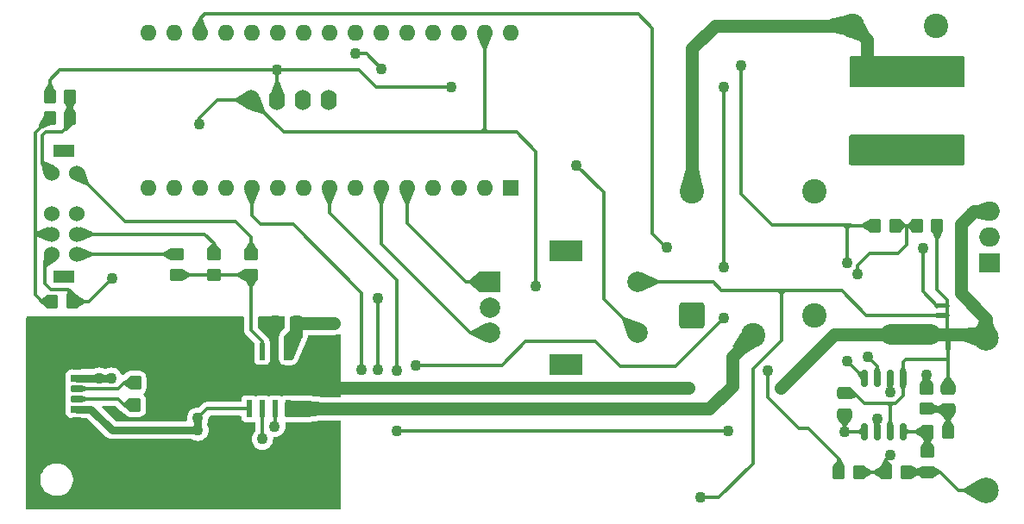
<source format=gbl>
G04 #@! TF.GenerationSoftware,KiCad,Pcbnew,8.0.3*
G04 #@! TF.CreationDate,2024-06-12T20:13:02+02:00*
G04 #@! TF.ProjectId,Li Ion Doctor,4c692049-6f6e-4204-946f-63746f722e6b,1*
G04 #@! TF.SameCoordinates,Original*
G04 #@! TF.FileFunction,Copper,L2,Bot*
G04 #@! TF.FilePolarity,Positive*
%FSLAX46Y46*%
G04 Gerber Fmt 4.6, Leading zero omitted, Abs format (unit mm)*
G04 Created by KiCad (PCBNEW 8.0.3) date 2024-06-12 20:13:02*
%MOMM*%
%LPD*%
G01*
G04 APERTURE LIST*
G04 Aperture macros list*
%AMRoundRect*
0 Rectangle with rounded corners*
0 $1 Rounding radius*
0 $2 $3 $4 $5 $6 $7 $8 $9 X,Y pos of 4 corners*
0 Add a 4 corners polygon primitive as box body*
4,1,4,$2,$3,$4,$5,$6,$7,$8,$9,$2,$3,0*
0 Add four circle primitives for the rounded corners*
1,1,$1+$1,$2,$3*
1,1,$1+$1,$4,$5*
1,1,$1+$1,$6,$7*
1,1,$1+$1,$8,$9*
0 Add four rect primitives between the rounded corners*
20,1,$1+$1,$2,$3,$4,$5,0*
20,1,$1+$1,$4,$5,$6,$7,0*
20,1,$1+$1,$6,$7,$8,$9,0*
20,1,$1+$1,$8,$9,$2,$3,0*%
G04 Aperture macros list end*
G04 #@! TA.AperFunction,EtchedComponent*
%ADD10C,0.000000*%
G04 #@! TD*
G04 #@! TA.AperFunction,ComponentPad*
%ADD11C,2.400000*%
G04 #@! TD*
G04 #@! TA.AperFunction,ComponentPad*
%ADD12R,2.000000X2.000000*%
G04 #@! TD*
G04 #@! TA.AperFunction,ComponentPad*
%ADD13C,2.000000*%
G04 #@! TD*
G04 #@! TA.AperFunction,ComponentPad*
%ADD14R,3.200000X2.000000*%
G04 #@! TD*
G04 #@! TA.AperFunction,ComponentPad*
%ADD15O,1.600000X2.000000*%
G04 #@! TD*
G04 #@! TA.AperFunction,ComponentPad*
%ADD16C,1.524000*%
G04 #@! TD*
G04 #@! TA.AperFunction,ComponentPad*
%ADD17R,2.032000X1.270000*%
G04 #@! TD*
G04 #@! TA.AperFunction,SMDPad,CuDef*
%ADD18C,0.500000*%
G04 #@! TD*
G04 #@! TA.AperFunction,SMDPad,CuDef*
%ADD19RoundRect,0.250000X-0.450000X0.350000X-0.450000X-0.350000X0.450000X-0.350000X0.450000X0.350000X0*%
G04 #@! TD*
G04 #@! TA.AperFunction,SMDPad,CuDef*
%ADD20RoundRect,0.249999X-1.425001X0.450001X-1.425001X-0.450001X1.425001X-0.450001X1.425001X0.450001X0*%
G04 #@! TD*
G04 #@! TA.AperFunction,ComponentPad*
%ADD21C,2.500000*%
G04 #@! TD*
G04 #@! TA.AperFunction,SMDPad,CuDef*
%ADD22C,2.000000*%
G04 #@! TD*
G04 #@! TA.AperFunction,SMDPad,CuDef*
%ADD23RoundRect,0.250000X-0.475000X0.337500X-0.475000X-0.337500X0.475000X-0.337500X0.475000X0.337500X0*%
G04 #@! TD*
G04 #@! TA.AperFunction,SMDPad,CuDef*
%ADD24RoundRect,0.250000X0.475000X-0.337500X0.475000X0.337500X-0.475000X0.337500X-0.475000X-0.337500X0*%
G04 #@! TD*
G04 #@! TA.AperFunction,SMDPad,CuDef*
%ADD25RoundRect,0.250000X0.337500X0.475000X-0.337500X0.475000X-0.337500X-0.475000X0.337500X-0.475000X0*%
G04 #@! TD*
G04 #@! TA.AperFunction,SMDPad,CuDef*
%ADD26RoundRect,0.250000X0.450000X-0.350000X0.450000X0.350000X-0.450000X0.350000X-0.450000X-0.350000X0*%
G04 #@! TD*
G04 #@! TA.AperFunction,SMDPad,CuDef*
%ADD27RoundRect,0.250000X-0.350000X-0.450000X0.350000X-0.450000X0.350000X0.450000X-0.350000X0.450000X0*%
G04 #@! TD*
G04 #@! TA.AperFunction,ComponentPad*
%ADD28RoundRect,0.250000X-1.000000X-1.000000X1.000000X-1.000000X1.000000X1.000000X-1.000000X1.000000X0*%
G04 #@! TD*
G04 #@! TA.AperFunction,ComponentPad*
%ADD29R,2.000000X1.905000*%
G04 #@! TD*
G04 #@! TA.AperFunction,ComponentPad*
%ADD30O,2.000000X1.905000*%
G04 #@! TD*
G04 #@! TA.AperFunction,SMDPad,CuDef*
%ADD31RoundRect,0.250000X0.350000X0.450000X-0.350000X0.450000X-0.350000X-0.450000X0.350000X-0.450000X0*%
G04 #@! TD*
G04 #@! TA.AperFunction,SMDPad,CuDef*
%ADD32RoundRect,0.150000X-0.150000X0.675000X-0.150000X-0.675000X0.150000X-0.675000X0.150000X0.675000X0*%
G04 #@! TD*
G04 #@! TA.AperFunction,SMDPad,CuDef*
%ADD33R,0.558800X1.663700*%
G04 #@! TD*
G04 #@! TA.AperFunction,ComponentPad*
%ADD34C,0.500000*%
G04 #@! TD*
G04 #@! TA.AperFunction,SMDPad,CuDef*
%ADD35R,3.403600X2.514600*%
G04 #@! TD*
G04 #@! TA.AperFunction,ComponentPad*
%ADD36R,1.600000X1.600000*%
G04 #@! TD*
G04 #@! TA.AperFunction,ComponentPad*
%ADD37O,1.600000X1.600000*%
G04 #@! TD*
G04 #@! TA.AperFunction,SMDPad,CuDef*
%ADD38RoundRect,0.175000X0.425000X-0.175000X0.425000X0.175000X-0.425000X0.175000X-0.425000X-0.175000X0*%
G04 #@! TD*
G04 #@! TA.AperFunction,SMDPad,CuDef*
%ADD39RoundRect,0.190000X-0.410000X0.190000X-0.410000X-0.190000X0.410000X-0.190000X0.410000X0.190000X0*%
G04 #@! TD*
G04 #@! TA.AperFunction,SMDPad,CuDef*
%ADD40RoundRect,0.200000X-0.400000X0.200000X-0.400000X-0.200000X0.400000X-0.200000X0.400000X0.200000X0*%
G04 #@! TD*
G04 #@! TA.AperFunction,SMDPad,CuDef*
%ADD41RoundRect,0.175000X-0.425000X0.175000X-0.425000X-0.175000X0.425000X-0.175000X0.425000X0.175000X0*%
G04 #@! TD*
G04 #@! TA.AperFunction,SMDPad,CuDef*
%ADD42RoundRect,0.190000X0.410000X-0.190000X0.410000X0.190000X-0.410000X0.190000X-0.410000X-0.190000X0*%
G04 #@! TD*
G04 #@! TA.AperFunction,SMDPad,CuDef*
%ADD43RoundRect,0.200000X0.400000X-0.200000X0.400000X0.200000X-0.400000X0.200000X-0.400000X-0.200000X0*%
G04 #@! TD*
G04 #@! TA.AperFunction,ComponentPad*
%ADD44O,1.700000X1.100000*%
G04 #@! TD*
G04 #@! TA.AperFunction,ViaPad*
%ADD45C,1.100000*%
G04 #@! TD*
G04 #@! TA.AperFunction,Conductor*
%ADD46C,0.350000*%
G04 #@! TD*
G04 #@! TA.AperFunction,Conductor*
%ADD47C,0.250000*%
G04 #@! TD*
G04 #@! TA.AperFunction,Conductor*
%ADD48C,1.270000*%
G04 #@! TD*
G04 #@! TA.AperFunction,Conductor*
%ADD49C,0.762000*%
G04 #@! TD*
G04 #@! TA.AperFunction,Conductor*
%ADD50C,1.016000*%
G04 #@! TD*
G04 APERTURE END LIST*
D10*
G04 #@! TA.AperFunction,EtchedComponent*
G36*
X186270000Y-113870000D02*
G01*
X185270000Y-113870000D01*
X185270000Y-113370000D01*
X186270000Y-113370000D01*
X186270000Y-113870000D01*
G37*
G04 #@! TD.AperFunction*
G04 #@! TA.AperFunction,EtchedComponent*
G36*
X186270000Y-114820000D02*
G01*
X185270000Y-114820000D01*
X185270000Y-114320000D01*
X186270000Y-114320000D01*
X186270000Y-114820000D01*
G37*
G04 #@! TD.AperFunction*
G04 #@! TA.AperFunction,EtchedComponent*
G36*
X184630000Y-117470000D02*
G01*
X180630000Y-117470000D01*
X180630000Y-115470000D01*
X184630000Y-115470000D01*
X184630000Y-117470000D01*
G37*
G04 #@! TD.AperFunction*
G04 #@! TA.AperFunction,EtchedComponent*
G36*
X186609800Y-117924200D02*
G01*
X186109800Y-117924200D01*
X186109800Y-116924200D01*
X186609800Y-116924200D01*
X186609800Y-117924200D01*
G37*
G04 #@! TD.AperFunction*
D11*
X185140600Y-86106000D03*
D12*
X141351000Y-111306600D03*
D13*
X141351000Y-116306600D03*
X141351000Y-113806600D03*
D14*
X148851000Y-108206600D03*
X148851000Y-119406600D03*
D13*
X155851000Y-116306600D03*
X155851000Y-111306600D03*
D11*
X176911000Y-86106000D03*
D15*
X117957600Y-93434600D03*
X120497600Y-93434600D03*
X123037600Y-93434600D03*
X125577600Y-93434600D03*
D16*
X100836100Y-108596700D03*
X100836100Y-106596700D03*
X100836100Y-104596700D03*
X100836100Y-100596700D03*
X98336100Y-108596700D03*
X98336100Y-106596700D03*
X98336100Y-104596700D03*
X98336100Y-100596700D03*
D17*
X99586100Y-98446700D03*
X99586100Y-110746700D03*
D18*
X185270000Y-113620000D03*
X186270000Y-113620000D03*
D19*
X184327800Y-127965200D03*
X184327800Y-129965200D03*
D20*
X178333400Y-91440000D03*
X178333400Y-97540000D03*
D21*
X190068200Y-116782200D03*
X190068200Y-131782200D03*
D20*
X182245000Y-91440000D03*
X182245000Y-97540000D03*
D18*
X185270000Y-114570000D03*
X186270000Y-114570000D03*
D22*
X180630000Y-116470000D03*
X184630000Y-116470000D03*
D23*
X124815600Y-121666000D03*
X124815600Y-123741000D03*
D24*
X176199800Y-124325200D03*
X176199800Y-122250200D03*
D25*
X122373300Y-115392200D03*
X120298300Y-115392200D03*
D26*
X114249200Y-110600000D03*
X114249200Y-108600000D03*
D27*
X98164900Y-95211900D03*
X100164900Y-95211900D03*
D11*
X167188400Y-116562000D03*
X173188400Y-102362000D03*
X161188400Y-102362000D03*
D28*
X161188400Y-114562000D03*
D11*
X173188400Y-114562000D03*
D29*
X190398400Y-109397800D03*
D30*
X190398400Y-106857800D03*
X190398400Y-104317800D03*
D31*
X182270400Y-129971800D03*
X180270400Y-129971800D03*
X185270000Y-105760000D03*
X183270000Y-105760000D03*
X100164900Y-93103700D03*
X98164900Y-93103700D03*
D32*
X178104800Y-120768200D03*
X179374800Y-120768200D03*
X180644800Y-120768200D03*
X181914800Y-120768200D03*
X181914800Y-126018200D03*
X180644800Y-126018200D03*
X179374800Y-126018200D03*
X178104800Y-126018200D03*
D24*
X186359800Y-123842600D03*
X186359800Y-121767600D03*
D33*
X117748050Y-118110250D03*
X119018050Y-118110250D03*
X120288050Y-118110250D03*
X121558050Y-118110250D03*
X121558050Y-123761750D03*
X120288050Y-123761750D03*
X119018050Y-123761750D03*
X117748050Y-123761750D03*
D34*
X121104850Y-119928700D03*
X119653050Y-119928700D03*
X118201250Y-119928700D03*
D35*
X119653050Y-120936000D03*
D34*
X121104850Y-121943300D03*
X119653050Y-121943300D03*
X118201250Y-121943300D03*
D27*
X106517800Y-123381600D03*
X108517800Y-123381600D03*
D31*
X100368100Y-113245900D03*
X98368100Y-113245900D03*
X177587400Y-129971800D03*
X175587400Y-129971800D03*
D26*
X184200800Y-123774200D03*
X184200800Y-121774200D03*
X117900000Y-110600000D03*
X117900000Y-108600000D03*
D27*
X106536600Y-121197200D03*
X108536600Y-121197200D03*
X179160000Y-105750000D03*
X181160000Y-105750000D03*
D18*
X186359800Y-117924200D03*
X186359800Y-116924200D03*
D19*
X110600000Y-108600000D03*
X110600000Y-110600000D03*
D36*
X143383000Y-102082600D03*
D37*
X140843000Y-102082600D03*
X138303000Y-102082600D03*
X135763000Y-102082600D03*
X133223000Y-102082600D03*
X130683000Y-102082600D03*
X128143000Y-102082600D03*
X125603000Y-102082600D03*
X123063000Y-102082600D03*
X120523000Y-102082600D03*
X117983000Y-102082600D03*
X115443000Y-102082600D03*
X112903000Y-102082600D03*
X110363000Y-102082600D03*
X107823000Y-102082600D03*
X107823000Y-86842600D03*
X110363000Y-86842600D03*
X112903000Y-86842600D03*
X115443000Y-86842600D03*
X117983000Y-86842600D03*
X120523000Y-86842600D03*
X123063000Y-86842600D03*
X125603000Y-86842600D03*
X128143000Y-86842600D03*
X130683000Y-86842600D03*
X133223000Y-86842600D03*
X135763000Y-86842600D03*
X138303000Y-86842600D03*
X140843000Y-86842600D03*
X143383000Y-86842600D03*
D20*
X186156600Y-91440000D03*
X186156600Y-97540000D03*
D38*
X100787200Y-122782400D03*
D39*
X100787200Y-120762400D03*
D40*
X100787200Y-119532400D03*
D41*
X100787200Y-121782400D03*
D42*
X100787200Y-123802400D03*
D43*
X100787200Y-125032400D03*
D44*
X96907200Y-126602400D03*
X100707200Y-126602400D03*
X96907200Y-117962400D03*
X100707200Y-117962400D03*
D27*
X184334400Y-126034800D03*
X186334400Y-126034800D03*
D45*
X149860000Y-99822000D03*
X132207000Y-119989600D03*
X132207000Y-125958600D03*
X164731700Y-125938200D03*
X184200800Y-120472200D03*
X120243600Y-125476000D03*
X128778000Y-119964200D03*
X168656000Y-120040400D03*
X158699200Y-107899200D03*
X130710000Y-90340000D03*
X128140000Y-88870000D03*
X164312600Y-92193050D03*
X164312600Y-114858800D03*
X126078400Y-115390000D03*
X120500000Y-90500000D03*
X103040000Y-120760000D03*
X124920000Y-115390000D03*
X134112000Y-119507000D03*
X112699800Y-125857000D03*
X112690000Y-124690000D03*
X123750000Y-115390000D03*
X137591800Y-92176600D03*
X176199800Y-126009400D03*
X104216200Y-120751600D03*
X164309800Y-109890000D03*
X158490000Y-121690000D03*
X159660000Y-121690000D03*
X170820000Y-120820000D03*
X171710000Y-119920000D03*
X169930000Y-121710000D03*
X160820100Y-121691400D03*
X183890000Y-107950000D03*
X145872200Y-111683800D03*
X104279700Y-110985300D03*
X112877600Y-95783400D03*
X162064700Y-132491400D03*
X174142400Y-86055200D03*
X182219600Y-98810000D03*
X183550000Y-99230000D03*
X178430000Y-99240000D03*
X187370000Y-98810000D03*
X186120000Y-99240000D03*
X180950000Y-99230000D03*
X179679600Y-98810000D03*
X177200000Y-98810000D03*
X184886600Y-98810000D03*
X130352800Y-112903000D03*
X119030000Y-126740000D03*
X130352800Y-119964200D03*
X176428400Y-109397800D03*
X165989000Y-90017600D03*
X176428400Y-119100600D03*
X177469800Y-110566200D03*
X178485800Y-118694200D03*
X180644800Y-128346200D03*
X180644800Y-122123200D03*
X179374800Y-124790200D03*
D46*
X141351000Y-111306600D02*
X139006600Y-111306600D01*
X133223000Y-105523000D02*
X133223000Y-102082600D01*
X139006600Y-111306600D02*
X133223000Y-105523000D01*
X141351000Y-116306600D02*
X139420600Y-116306600D01*
X139420600Y-116306600D02*
X130683000Y-107569000D01*
X130683000Y-107569000D02*
X130683000Y-102082600D01*
X155851000Y-116306600D02*
X152525300Y-112980900D01*
X152525300Y-102487300D02*
X149860000Y-99822000D01*
X152525300Y-112980900D02*
X152525300Y-102487300D01*
X125603000Y-104521000D02*
X125603000Y-102082600D01*
X164731700Y-125938200D02*
X132212000Y-125938200D01*
X132207000Y-111125000D02*
X125603000Y-104521000D01*
X132207000Y-111125000D02*
X132207000Y-119989600D01*
X184200800Y-121774200D02*
X184200800Y-120472200D01*
X122034300Y-105651300D02*
X128778000Y-112395000D01*
X128778000Y-119964200D02*
X128778000Y-112395000D01*
D47*
X120288050Y-125431550D02*
X120243600Y-125476000D01*
D46*
X117983000Y-104787700D02*
X118846600Y-105651300D01*
X120288050Y-123761750D02*
X120288050Y-125431550D01*
X118846600Y-105651300D02*
X122034300Y-105651300D01*
X117983000Y-102082600D02*
X117983000Y-104787700D01*
X157327600Y-106578400D02*
X158648400Y-107899200D01*
X168656000Y-122631200D02*
X171704000Y-125679200D01*
X172587400Y-125679200D02*
X171704000Y-125679200D01*
X112903000Y-86842600D02*
X112903000Y-85471000D01*
X175587400Y-128679200D02*
X175587400Y-129971800D01*
X155956000Y-84988400D02*
X157327600Y-86360000D01*
X157327600Y-86360000D02*
X157327600Y-106578400D01*
D47*
X158648400Y-107899200D02*
X158699200Y-107899200D01*
D46*
X168656000Y-120040400D02*
X168656000Y-122631200D01*
X112903000Y-85471000D02*
X113385600Y-84988400D01*
X175587400Y-128679200D02*
X172587400Y-125679200D01*
X113385600Y-84988400D02*
X155956000Y-84988400D01*
X130710000Y-90340000D02*
X129240000Y-88870000D01*
X129240000Y-88870000D02*
X128140000Y-88870000D01*
X112690000Y-124690000D02*
X113618250Y-123761750D01*
D48*
X126078400Y-115390000D02*
X123000000Y-115390000D01*
D46*
X164312600Y-92193050D02*
X164312600Y-109887200D01*
D49*
X112699800Y-124699800D02*
X112690000Y-124690000D01*
X100787200Y-120762400D02*
X104205400Y-120762400D01*
D46*
X144881600Y-117170200D02*
X151739600Y-117170200D01*
D47*
X120500000Y-90604200D02*
X120497600Y-90606600D01*
D46*
X176199800Y-124325200D02*
X176199800Y-126009400D01*
D49*
X112699800Y-125857000D02*
X112699800Y-124699800D01*
D46*
X154178000Y-119608600D02*
X159562800Y-119608600D01*
X99136400Y-90500000D02*
X120500000Y-90500000D01*
X142544800Y-119507000D02*
X144881600Y-117170200D01*
X120500000Y-90500000D02*
X128498400Y-90500000D01*
D49*
X100787200Y-123802400D02*
X102212400Y-123802400D01*
X104205400Y-120762400D02*
X104216200Y-120751600D01*
X102212400Y-123802400D02*
X104267000Y-125857000D01*
D46*
X128498400Y-90500000D02*
X130175000Y-92176600D01*
D48*
X123000000Y-115390000D02*
X122990000Y-115380000D01*
D46*
X120497600Y-90606600D02*
X120497600Y-93434600D01*
X151739600Y-117170200D02*
X154178000Y-119608600D01*
X178104800Y-126018200D02*
X176208600Y-126018200D01*
X98164900Y-91471500D02*
X99136400Y-90500000D01*
X134112000Y-119507000D02*
X142544800Y-119507000D01*
D47*
X120500000Y-90500000D02*
X120500000Y-90604200D01*
D46*
X164312600Y-109887200D02*
X164309800Y-109890000D01*
X113618250Y-123761750D02*
X117748050Y-123761750D01*
D47*
X176208600Y-126018200D02*
X176199800Y-126009400D01*
D46*
X159562800Y-119608600D02*
X164312600Y-114858800D01*
D49*
X104267000Y-125857000D02*
X112699800Y-125857000D01*
D46*
X98164900Y-93103700D02*
X98164900Y-91471500D01*
X130175000Y-92176600D02*
X137591800Y-92176600D01*
D48*
X160858200Y-121691400D02*
X124841000Y-121691400D01*
X169920000Y-121700000D02*
X175150000Y-116470000D01*
X175150000Y-116470000D02*
X181470000Y-116470000D01*
D46*
X183890000Y-112240000D02*
X183890000Y-107950000D01*
X185270000Y-113620000D02*
X183890000Y-112240000D01*
X178319800Y-114570000D02*
X175880000Y-112130200D01*
X117957600Y-93434600D02*
X114642200Y-93434600D01*
X169976800Y-117068600D02*
X169976800Y-112450000D01*
X169976800Y-112450000D02*
X169976800Y-112130200D01*
X169660000Y-112130200D02*
X169976800Y-112130200D01*
X140843800Y-96300000D02*
X141140000Y-96596200D01*
X185270000Y-114570000D02*
X178319800Y-114570000D01*
X169976800Y-112130200D02*
X170300000Y-112130200D01*
X117957600Y-93446600D02*
X121107200Y-96596200D01*
X102019100Y-113245900D02*
X104279700Y-110985300D01*
X143992600Y-96596200D02*
X145872200Y-98475800D01*
X140843000Y-86842600D02*
X140843000Y-96300000D01*
X114642200Y-93434600D02*
X112877600Y-95199200D01*
X163850400Y-132491400D02*
X162064700Y-132491400D01*
X98336100Y-108596700D02*
X97675700Y-109257100D01*
X140843000Y-96300000D02*
X140843000Y-96596200D01*
X145872200Y-111683800D02*
X145872200Y-98475800D01*
X175880000Y-112130200D02*
X170300000Y-112130200D01*
X167195500Y-129146300D02*
X163850400Y-132491400D01*
X155851000Y-111306600D02*
X163275000Y-111306600D01*
X140540000Y-96596200D02*
X141140000Y-96596200D01*
X163275000Y-111306600D02*
X164098600Y-112130200D01*
X169980200Y-112450000D02*
X170300000Y-112130200D01*
X99987100Y-112052100D02*
X100368100Y-112433100D01*
X141140000Y-96596200D02*
X143992600Y-96596200D01*
X164098600Y-112130200D02*
X169660000Y-112130200D01*
X97675700Y-111467900D02*
X98259900Y-112052100D01*
X167195500Y-119849900D02*
X169976800Y-117068600D01*
X97675700Y-109257100D02*
X97675700Y-111467900D01*
X140546800Y-96596200D02*
X140843000Y-96300000D01*
X100368100Y-113245900D02*
X102019100Y-113245900D01*
X121107200Y-96596200D02*
X140540000Y-96596200D01*
X167195500Y-119849900D02*
X167195500Y-129146300D01*
X112877600Y-95199200D02*
X112877600Y-95783400D01*
X98259900Y-112052100D02*
X99987100Y-112052100D01*
X169660000Y-112133200D02*
X169976800Y-112450000D01*
X100368100Y-112433100D02*
X100368100Y-113245900D01*
D48*
X165125400Y-118639200D02*
X167202600Y-116562000D01*
X162864800Y-123774200D02*
X165134200Y-121504800D01*
X124764800Y-123774200D02*
X162864800Y-123774200D01*
X165134200Y-121504800D02*
X165125400Y-121496000D01*
X165125400Y-121496000D02*
X165125400Y-118639200D01*
X178333400Y-91440000D02*
X178333400Y-87528400D01*
X161202600Y-102362000D02*
X161202600Y-88377800D01*
D50*
X178333400Y-91440000D02*
X186156600Y-91440000D01*
D48*
X161202600Y-88377800D02*
X163474400Y-86106000D01*
X163474400Y-86106000D02*
X176911000Y-86106000D01*
X178333400Y-87528400D02*
X176911000Y-86106000D01*
D46*
X180644800Y-123500000D02*
X180644800Y-123266200D01*
X180880000Y-123266200D02*
X181152800Y-123266200D01*
X178104800Y-123266200D02*
X180410000Y-123266200D01*
X181914800Y-119202200D02*
X181914800Y-120768200D01*
X180644800Y-123266200D02*
X180880000Y-123266200D01*
X180646200Y-123500000D02*
X180880000Y-123266200D01*
X186359800Y-121699200D02*
X186359800Y-118940200D01*
X180644800Y-126018200D02*
X180644800Y-123500000D01*
X180410000Y-123266200D02*
X180644800Y-123266200D01*
X181152800Y-123266200D02*
X181914800Y-122504200D01*
X182176800Y-118940200D02*
X181914800Y-119202200D01*
X181914800Y-122504200D02*
X181914800Y-120768200D01*
X186359800Y-118940200D02*
X186359800Y-117924200D01*
X177088800Y-122250200D02*
X178104800Y-123266200D01*
X186359800Y-118940200D02*
X182176800Y-118940200D01*
X180411000Y-123266200D02*
X180644800Y-123500000D01*
X176199800Y-122250200D02*
X177088800Y-122250200D01*
D48*
X190068200Y-114938200D02*
X187560000Y-112430000D01*
D46*
X186270000Y-113620000D02*
X186270000Y-113090000D01*
D48*
X189756000Y-116470000D02*
X190068200Y-116782200D01*
X187560000Y-105620200D02*
X188862400Y-104317800D01*
D46*
X186270000Y-114570000D02*
X186270000Y-113620000D01*
X186270000Y-113090000D02*
X185270000Y-112090000D01*
X185270000Y-112090000D02*
X185270000Y-105760000D01*
D48*
X188862400Y-104317800D02*
X190398400Y-104317800D01*
D46*
X186270000Y-114570000D02*
X186270000Y-116470000D01*
D48*
X187560000Y-112430000D02*
X187560000Y-105620200D01*
X184630000Y-116470000D02*
X189756000Y-116470000D01*
X190068200Y-116782200D02*
X190068200Y-114938200D01*
D46*
X119018050Y-123761750D02*
X119018050Y-126728050D01*
X130352800Y-119964200D02*
X130352800Y-112903000D01*
X117906800Y-116027200D02*
X119018050Y-117138450D01*
X119018050Y-117138450D02*
X119018050Y-118110250D01*
X110600000Y-110600000D02*
X117900000Y-110600000D01*
X117906800Y-110559600D02*
X117906800Y-116027200D01*
X190068200Y-131782200D02*
X187357400Y-131782200D01*
X185540400Y-129965200D02*
X184327800Y-129965200D01*
X184327800Y-129965200D02*
X182277000Y-129965200D01*
X187357400Y-131782200D02*
X185540400Y-129965200D01*
X113353100Y-106596700D02*
X114249200Y-107492800D01*
X114249200Y-108600000D02*
X114249200Y-107492800D01*
X100836100Y-106596700D02*
X113353100Y-106596700D01*
X100787200Y-122782400D02*
X104859400Y-122782400D01*
X105470200Y-123393200D02*
X106518200Y-123393200D01*
X104859400Y-122782400D02*
X105470200Y-123393200D01*
X100787200Y-121782400D02*
X104922000Y-121782400D01*
X104922000Y-121782400D02*
X105495600Y-121208800D01*
X105495600Y-121208800D02*
X106518200Y-121208800D01*
X186359800Y-123774200D02*
X184200800Y-123774200D01*
X186359800Y-123774200D02*
X186359800Y-126009400D01*
X176428400Y-106051800D02*
X176740000Y-105740200D01*
X176453800Y-105740200D02*
X176110000Y-105740200D01*
X176110000Y-105741600D02*
X176428400Y-106060000D01*
X176740000Y-105740200D02*
X176453800Y-105740200D01*
X169062400Y-105740200D02*
X165989000Y-102666800D01*
X176428400Y-106060000D02*
X176428400Y-105765600D01*
X176749800Y-105750000D02*
X176740000Y-105740200D01*
X176428400Y-119091800D02*
X178104800Y-120768200D01*
X179160000Y-105750000D02*
X176749800Y-105750000D01*
X176110000Y-105740200D02*
X169062400Y-105740200D01*
X165989000Y-102666800D02*
X165989000Y-90017600D01*
X176428400Y-109397800D02*
X176428400Y-106060000D01*
X182240000Y-105760000D02*
X181170000Y-105760000D01*
X177469800Y-109677200D02*
X177469800Y-110566200D01*
X179374800Y-119583200D02*
X178485800Y-118694200D01*
X182240000Y-107675600D02*
X181406800Y-108508800D01*
X181170000Y-105760000D02*
X181160000Y-105750000D01*
X179374800Y-120768200D02*
X179374800Y-119583200D01*
X183270000Y-105760000D02*
X182240000Y-105760000D01*
X178638200Y-108508800D02*
X177469800Y-109677200D01*
X182240000Y-105760000D02*
X182240000Y-107675600D01*
X181406800Y-108508800D02*
X178638200Y-108508800D01*
X180270400Y-129971800D02*
X177587400Y-129971800D01*
X180270400Y-128720600D02*
X180644800Y-128346200D01*
X180644800Y-120768200D02*
X180644800Y-122123200D01*
X180270400Y-129971800D02*
X180270400Y-128720600D01*
X181914800Y-126018200D02*
X184317800Y-126018200D01*
X184327800Y-127965200D02*
X184327800Y-126041400D01*
D47*
X179374800Y-126018200D02*
X179374800Y-124790200D01*
X117900000Y-106864600D02*
X117906800Y-106857800D01*
D46*
X117900000Y-106851000D02*
X116408200Y-105359200D01*
X117900000Y-108600000D02*
X117900000Y-106864600D01*
X117900000Y-106864600D02*
X117900000Y-106851000D01*
X105598600Y-105359200D02*
X100836100Y-100596700D01*
X116408200Y-105359200D02*
X105598600Y-105359200D01*
X110600000Y-108600000D02*
X100839400Y-108600000D01*
X98336100Y-100596700D02*
X97459800Y-99720400D01*
X100164900Y-95211900D02*
X100164900Y-93103700D01*
X99402900Y-96583500D02*
X97802700Y-96583500D01*
X97459800Y-99720400D02*
X97459800Y-96926400D01*
X97802700Y-96583500D02*
X97459800Y-96926400D01*
X100164900Y-95821500D02*
X99402900Y-96583500D01*
X97421700Y-113245900D02*
X96761300Y-112585500D01*
X98336100Y-106596700D02*
X96768400Y-106596700D01*
X98158300Y-95211900D02*
X96812100Y-96558100D01*
X98368100Y-113245900D02*
X97421700Y-113245900D01*
X96761300Y-106603800D02*
X96761300Y-96608900D01*
D47*
X96761300Y-96608900D02*
X96812100Y-96558100D01*
D46*
X96761300Y-112585500D02*
X96761300Y-106603800D01*
G04 #@! TA.AperFunction,Conductor*
G36*
X121205054Y-114705233D02*
G01*
X121250852Y-114757999D01*
X121262100Y-114809603D01*
X121262100Y-115766454D01*
X121242415Y-115833493D01*
X121225781Y-115854135D01*
X120836892Y-116243023D01*
X120836855Y-116243062D01*
X120800728Y-116283280D01*
X120800718Y-116283292D01*
X120784076Y-116303943D01*
X120752433Y-116347825D01*
X120692663Y-116478699D01*
X120678921Y-116525500D01*
X120672977Y-116545742D01*
X120672976Y-116545746D01*
X120652500Y-116688162D01*
X120652500Y-118849600D01*
X120652501Y-118849609D01*
X120664052Y-118957050D01*
X120664054Y-118957062D01*
X120675260Y-119008572D01*
X120709383Y-119111097D01*
X120709386Y-119111103D01*
X120787171Y-119232137D01*
X120787179Y-119232148D01*
X120832923Y-119284940D01*
X120832926Y-119284943D01*
X120832930Y-119284947D01*
X120941664Y-119379167D01*
X120941667Y-119379168D01*
X120941668Y-119379169D01*
X121066521Y-119436189D01*
X121072541Y-119438938D01*
X121139580Y-119458623D01*
X121139584Y-119458624D01*
X121282000Y-119479100D01*
X121282003Y-119479100D01*
X121915046Y-119479100D01*
X121915049Y-119479100D01*
X121919227Y-119479083D01*
X121921284Y-119479066D01*
X121925491Y-119479013D01*
X122067548Y-119456178D01*
X122134252Y-119435384D01*
X122134257Y-119435382D01*
X122264125Y-119373448D01*
X122371283Y-119277434D01*
X122416155Y-119223878D01*
X122491922Y-119101568D01*
X123414273Y-116989869D01*
X123445854Y-116890889D01*
X123456221Y-116841256D01*
X123466900Y-116737901D01*
X123466900Y-116649500D01*
X123486585Y-116582461D01*
X123539389Y-116536706D01*
X123590900Y-116525500D01*
X126167765Y-116525500D01*
X126167766Y-116525500D01*
X126344297Y-116497540D01*
X126344300Y-116497539D01*
X126344301Y-116497539D01*
X126514278Y-116442310D01*
X126514281Y-116442309D01*
X126565705Y-116416106D01*
X126634374Y-116403211D01*
X126699114Y-116429487D01*
X126739372Y-116486593D01*
X126746000Y-116526592D01*
X126746000Y-122514700D01*
X126726315Y-122581739D01*
X126673511Y-122627494D01*
X126622000Y-122638700D01*
X124845782Y-122638700D01*
X124801844Y-122629406D01*
X124801501Y-122630360D01*
X124797343Y-122628863D01*
X124797336Y-122628861D01*
X124658829Y-122589914D01*
X124658825Y-122589913D01*
X124658820Y-122589912D01*
X124658815Y-122589911D01*
X124203275Y-122529746D01*
X124203274Y-122529746D01*
X123679668Y-122460588D01*
X123679617Y-122460583D01*
X123614755Y-122452017D01*
X123614748Y-122452016D01*
X123614739Y-122452015D01*
X123598293Y-122450116D01*
X123597439Y-122450031D01*
X123590139Y-122449309D01*
X123573654Y-122447953D01*
X123328821Y-122431855D01*
X123312223Y-122431038D01*
X123304094Y-122430771D01*
X123287549Y-122430500D01*
X123287525Y-122430500D01*
X121902197Y-122430500D01*
X121888942Y-122429789D01*
X121885333Y-122429401D01*
X121885331Y-122429400D01*
X121885323Y-122429400D01*
X121885314Y-122429400D01*
X121230779Y-122429400D01*
X121230773Y-122429401D01*
X121171166Y-122435808D01*
X121036321Y-122486102D01*
X121036319Y-122486103D01*
X120997360Y-122515268D01*
X120931895Y-122539684D01*
X120863622Y-122524832D01*
X120848740Y-122515268D01*
X120809780Y-122486103D01*
X120809778Y-122486102D01*
X120674936Y-122435810D01*
X120674935Y-122435809D01*
X120674933Y-122435809D01*
X120615323Y-122429400D01*
X120615313Y-122429400D01*
X119960779Y-122429400D01*
X119960773Y-122429401D01*
X119901166Y-122435808D01*
X119766321Y-122486102D01*
X119766319Y-122486103D01*
X119727360Y-122515268D01*
X119661895Y-122539684D01*
X119593622Y-122524832D01*
X119578740Y-122515268D01*
X119539780Y-122486103D01*
X119539778Y-122486102D01*
X119404936Y-122435810D01*
X119404935Y-122435809D01*
X119404933Y-122435809D01*
X119345323Y-122429400D01*
X119345313Y-122429400D01*
X118690779Y-122429400D01*
X118690773Y-122429401D01*
X118631166Y-122435808D01*
X118496321Y-122486102D01*
X118496319Y-122486103D01*
X118457360Y-122515268D01*
X118391895Y-122539684D01*
X118323622Y-122524832D01*
X118308740Y-122515268D01*
X118269780Y-122486103D01*
X118269778Y-122486102D01*
X118134936Y-122435810D01*
X118134935Y-122435809D01*
X118134933Y-122435809D01*
X118075323Y-122429400D01*
X118075313Y-122429400D01*
X117420779Y-122429400D01*
X117420773Y-122429401D01*
X117361166Y-122435808D01*
X117226321Y-122486102D01*
X117226314Y-122486106D01*
X117111105Y-122572352D01*
X117111102Y-122572355D01*
X117024856Y-122687564D01*
X117024852Y-122687571D01*
X116974558Y-122822417D01*
X116968151Y-122882016D01*
X116968150Y-122882035D01*
X116968150Y-122962250D01*
X116948465Y-123029289D01*
X116895661Y-123075044D01*
X116844150Y-123086250D01*
X113551714Y-123086250D01*
X113421221Y-123112206D01*
X113421217Y-123112208D01*
X113421215Y-123112208D01*
X113421214Y-123112209D01*
X113377750Y-123130212D01*
X113334284Y-123148216D01*
X113334283Y-123148215D01*
X113298284Y-123163128D01*
X113198122Y-123230054D01*
X113187643Y-123237054D01*
X112822760Y-123601937D01*
X112761437Y-123635422D01*
X112722928Y-123637659D01*
X112690003Y-123634417D01*
X112690001Y-123634417D01*
X112690000Y-123634417D01*
X112669718Y-123636414D01*
X112484067Y-123654699D01*
X112286043Y-123714769D01*
X112175898Y-123773643D01*
X112103550Y-123812315D01*
X112103548Y-123812316D01*
X112103547Y-123812317D01*
X111943589Y-123943589D01*
X111812317Y-124103547D01*
X111812315Y-124103550D01*
X111773643Y-124175898D01*
X111714769Y-124286043D01*
X111714768Y-124286045D01*
X111714768Y-124286046D01*
X111710457Y-124300257D01*
X111654699Y-124484067D01*
X111634417Y-124690000D01*
X111649126Y-124839346D01*
X111636107Y-124907992D01*
X111588042Y-124958702D01*
X111525723Y-124975500D01*
X104683492Y-124975500D01*
X104616453Y-124955815D01*
X104595811Y-124939181D01*
X103326211Y-123669581D01*
X103292726Y-123608258D01*
X103297710Y-123538566D01*
X103339582Y-123482633D01*
X103405046Y-123458216D01*
X103413892Y-123457900D01*
X104528237Y-123457900D01*
X104595276Y-123477585D01*
X104615918Y-123494219D01*
X104945505Y-123823806D01*
X105039594Y-123917895D01*
X105039597Y-123917897D01*
X105039598Y-123917898D01*
X105150220Y-123991813D01*
X105150223Y-123991814D01*
X105150231Y-123991820D01*
X105186237Y-124006734D01*
X105187997Y-124007463D01*
X105214864Y-124022757D01*
X105465138Y-124210081D01*
X105547193Y-124271497D01*
X105569268Y-124295648D01*
X105570607Y-124294590D01*
X105575084Y-124300252D01*
X105575087Y-124300255D01*
X105575088Y-124300256D01*
X105699144Y-124424312D01*
X105848466Y-124516414D01*
X106015003Y-124571599D01*
X106117791Y-124582100D01*
X106917808Y-124582099D01*
X106917816Y-124582098D01*
X106917819Y-124582098D01*
X106974102Y-124576348D01*
X107020597Y-124571599D01*
X107187134Y-124516414D01*
X107336456Y-124424312D01*
X107460512Y-124300256D01*
X107552614Y-124150934D01*
X107607799Y-123984397D01*
X107618300Y-123881609D01*
X107618299Y-122881592D01*
X107607799Y-122778803D01*
X107552614Y-122612266D01*
X107460512Y-122462944D01*
X107384049Y-122386481D01*
X107350564Y-122325158D01*
X107355548Y-122255466D01*
X107384049Y-122211119D01*
X107479312Y-122115856D01*
X107571414Y-121966534D01*
X107626599Y-121799997D01*
X107637100Y-121697209D01*
X107637099Y-120697192D01*
X107626599Y-120594403D01*
X107571414Y-120427866D01*
X107479312Y-120278544D01*
X107355256Y-120154488D01*
X107205934Y-120062386D01*
X107039397Y-120007201D01*
X107039395Y-120007200D01*
X106936610Y-119996700D01*
X106136598Y-119996700D01*
X106136580Y-119996701D01*
X106033803Y-120007200D01*
X106033800Y-120007201D01*
X105867268Y-120062385D01*
X105867263Y-120062387D01*
X105717945Y-120154487D01*
X105593889Y-120278542D01*
X105584556Y-120293673D01*
X105555212Y-120326401D01*
X105398181Y-120448700D01*
X105333195Y-120474363D01*
X105264651Y-120460817D01*
X105214311Y-120412364D01*
X105203329Y-120386868D01*
X105191432Y-120347646D01*
X105093885Y-120165150D01*
X105009550Y-120062387D01*
X104962610Y-120005189D01*
X104812381Y-119881901D01*
X104802650Y-119873915D01*
X104620154Y-119776368D01*
X104422134Y-119716300D01*
X104422132Y-119716299D01*
X104422134Y-119716299D01*
X104216200Y-119696017D01*
X104010267Y-119716299D01*
X103812241Y-119776369D01*
X103678695Y-119847752D01*
X103610293Y-119861994D01*
X103561788Y-119847752D01*
X103443956Y-119784769D01*
X103443955Y-119784768D01*
X103443954Y-119784768D01*
X103245934Y-119724700D01*
X103245932Y-119724699D01*
X103245934Y-119724699D01*
X103040000Y-119704417D01*
X102834067Y-119724699D01*
X102636043Y-119784769D01*
X102483590Y-119866258D01*
X102425136Y-119880900D01*
X100700373Y-119880900D01*
X100696266Y-119881304D01*
X100684127Y-119881900D01*
X100321391Y-119881900D01*
X100251823Y-119888221D01*
X100251816Y-119888223D01*
X100091729Y-119938108D01*
X100091727Y-119938109D01*
X99948232Y-120024854D01*
X99948228Y-120024857D01*
X99829657Y-120143428D01*
X99829654Y-120143432D01*
X99742910Y-120286926D01*
X99693022Y-120447023D01*
X99686700Y-120516601D01*
X99686700Y-121008208D01*
X99693021Y-121077776D01*
X99693024Y-121077786D01*
X99745037Y-121244703D01*
X99746189Y-121314563D01*
X99743883Y-121320959D01*
X99743919Y-121320970D01*
X99692886Y-121484738D01*
X99692885Y-121484745D01*
X99686700Y-121552808D01*
X99686700Y-122011991D01*
X99692885Y-122080054D01*
X99692886Y-122080061D01*
X99743919Y-122243830D01*
X99741191Y-122244679D01*
X99748922Y-122300761D01*
X99743066Y-122320704D01*
X99743919Y-122320970D01*
X99692886Y-122484738D01*
X99692885Y-122484741D01*
X99692885Y-122484743D01*
X99686700Y-122552806D01*
X99686700Y-123011994D01*
X99692885Y-123080057D01*
X99692886Y-123080062D01*
X99692887Y-123080064D01*
X99743919Y-123243832D01*
X99741426Y-123244608D01*
X99749291Y-123301525D01*
X99745038Y-123320095D01*
X99693023Y-123487021D01*
X99686700Y-123556601D01*
X99686700Y-124048208D01*
X99693021Y-124117776D01*
X99693023Y-124117783D01*
X99742908Y-124277870D01*
X99742909Y-124277872D01*
X99829654Y-124421367D01*
X99829657Y-124421371D01*
X99948228Y-124539942D01*
X99948232Y-124539945D01*
X100017966Y-124582100D01*
X100091729Y-124626691D01*
X100251820Y-124676577D01*
X100321399Y-124682900D01*
X100684124Y-124682899D01*
X100696281Y-124683496D01*
X100700378Y-124683899D01*
X100700380Y-124683900D01*
X101795908Y-124683900D01*
X101862947Y-124703585D01*
X101883589Y-124720219D01*
X103705072Y-126541703D01*
X103705073Y-126541704D01*
X103849456Y-126638177D01*
X104009871Y-126704622D01*
X104009876Y-126704624D01*
X104009880Y-126704624D01*
X104009881Y-126704625D01*
X104180176Y-126738500D01*
X104180179Y-126738500D01*
X104180180Y-126738500D01*
X112089426Y-126738500D01*
X112147880Y-126753142D01*
X112295846Y-126832232D01*
X112493866Y-126892300D01*
X112493865Y-126892300D01*
X112512329Y-126894118D01*
X112699800Y-126912583D01*
X112905734Y-126892300D01*
X113103754Y-126832232D01*
X113286250Y-126734685D01*
X113446210Y-126603410D01*
X113577485Y-126443450D01*
X113675032Y-126260954D01*
X113735100Y-126062934D01*
X113755383Y-125857000D01*
X113735100Y-125651066D01*
X113675032Y-125453046D01*
X113605405Y-125322785D01*
X113591164Y-125254383D01*
X113605405Y-125205880D01*
X113665232Y-125093954D01*
X113725300Y-124895934D01*
X113745583Y-124690000D01*
X113742339Y-124657073D01*
X113755356Y-124588431D01*
X113778062Y-124557238D01*
X113861734Y-124473568D01*
X113923057Y-124440083D01*
X113949414Y-124437250D01*
X116844151Y-124437250D01*
X116911190Y-124456935D01*
X116956945Y-124509739D01*
X116968151Y-124561250D01*
X116968151Y-124641476D01*
X116974558Y-124701083D01*
X117024852Y-124835928D01*
X117024856Y-124835935D01*
X117111102Y-124951144D01*
X117111105Y-124951147D01*
X117226314Y-125037393D01*
X117226321Y-125037397D01*
X117271268Y-125054161D01*
X117361167Y-125087691D01*
X117420777Y-125094100D01*
X118075322Y-125094099D01*
X118134933Y-125087691D01*
X118175217Y-125072665D01*
X118244908Y-125067682D01*
X118306231Y-125101167D01*
X118339716Y-125162490D01*
X118342550Y-125188848D01*
X118342550Y-125886554D01*
X118322865Y-125953593D01*
X118297217Y-125982406D01*
X118283589Y-125993590D01*
X118152317Y-126153547D01*
X118054769Y-126336043D01*
X117994699Y-126534067D01*
X117974417Y-126740000D01*
X117994699Y-126945932D01*
X117994700Y-126945934D01*
X118054768Y-127143954D01*
X118152315Y-127326450D01*
X118152317Y-127326452D01*
X118283589Y-127486410D01*
X118380209Y-127565702D01*
X118443550Y-127617685D01*
X118626046Y-127715232D01*
X118824066Y-127775300D01*
X118824065Y-127775300D01*
X118842529Y-127777118D01*
X119030000Y-127795583D01*
X119235934Y-127775300D01*
X119433954Y-127715232D01*
X119616450Y-127617685D01*
X119776410Y-127486410D01*
X119907685Y-127326450D01*
X120005232Y-127143954D01*
X120065300Y-126945934D01*
X120085583Y-126740000D01*
X120078116Y-126664191D01*
X120091135Y-126595547D01*
X120139199Y-126544836D01*
X120207050Y-126528161D01*
X120213657Y-126528633D01*
X120243600Y-126531583D01*
X120449534Y-126511300D01*
X120647554Y-126451232D01*
X120830050Y-126353685D01*
X120990010Y-126222410D01*
X121121285Y-126062450D01*
X121218832Y-125879954D01*
X121278900Y-125681934D01*
X121299183Y-125476000D01*
X121278900Y-125270066D01*
X121274055Y-125254093D01*
X121273432Y-125184226D01*
X121310681Y-125125114D01*
X121373976Y-125095523D01*
X121392706Y-125094099D01*
X121885322Y-125094099D01*
X121893592Y-125093209D01*
X121906846Y-125092500D01*
X123286966Y-125092500D01*
X123294060Y-125092366D01*
X123305900Y-125092145D01*
X123315180Y-125091797D01*
X123332138Y-125090842D01*
X123334070Y-125090734D01*
X123374614Y-125087691D01*
X123577373Y-125072474D01*
X123596214Y-125070705D01*
X123605441Y-125069664D01*
X123624216Y-125067189D01*
X124100629Y-124995277D01*
X124658381Y-124911089D01*
X124676888Y-124909700D01*
X126622000Y-124909700D01*
X126689039Y-124929385D01*
X126734794Y-124982189D01*
X126746000Y-125033700D01*
X126746000Y-133556200D01*
X126726315Y-133623239D01*
X126673511Y-133668994D01*
X126622000Y-133680200D01*
X95975600Y-133680200D01*
X95908561Y-133660515D01*
X95862806Y-133607711D01*
X95851600Y-133556200D01*
X95851600Y-130586465D01*
X97254066Y-130586465D01*
X97254066Y-130837934D01*
X97293401Y-131086290D01*
X97371108Y-131325444D01*
X97485268Y-131549493D01*
X97633063Y-131752917D01*
X97633067Y-131752922D01*
X97810877Y-131930732D01*
X97810882Y-131930736D01*
X97988320Y-132059651D01*
X98014310Y-132078534D01*
X98157074Y-132151276D01*
X98238355Y-132192691D01*
X98238357Y-132192691D01*
X98238360Y-132192693D01*
X98366549Y-132234344D01*
X98477509Y-132270398D01*
X98725866Y-132309734D01*
X98977329Y-132309734D01*
X98977334Y-132309734D01*
X99225690Y-132270398D01*
X99464840Y-132192693D01*
X99688890Y-132078534D01*
X99892324Y-131930731D01*
X100070131Y-131752924D01*
X100217934Y-131549490D01*
X100332093Y-131325440D01*
X100409798Y-131086290D01*
X100449134Y-130837929D01*
X100451600Y-130712200D01*
X100449134Y-130586471D01*
X100409798Y-130338110D01*
X100332093Y-130098960D01*
X100332091Y-130098957D01*
X100332091Y-130098955D01*
X100290676Y-130017674D01*
X100217934Y-129874910D01*
X100199051Y-129848920D01*
X100070136Y-129671482D01*
X100070132Y-129671477D01*
X99892322Y-129493667D01*
X99892317Y-129493663D01*
X99688893Y-129345868D01*
X99688892Y-129345867D01*
X99688890Y-129345866D01*
X99618922Y-129310215D01*
X99464844Y-129231708D01*
X99225690Y-129154001D01*
X98977334Y-129114666D01*
X98977329Y-129114666D01*
X98725871Y-129114666D01*
X98725866Y-129114666D01*
X98477509Y-129154001D01*
X98238355Y-129231708D01*
X98014306Y-129345868D01*
X97810882Y-129493663D01*
X97810877Y-129493667D01*
X97633067Y-129671477D01*
X97633063Y-129671482D01*
X97485268Y-129874906D01*
X97371108Y-130098955D01*
X97293401Y-130338109D01*
X97254066Y-130586465D01*
X95851600Y-130586465D01*
X95851600Y-114830262D01*
X95871285Y-114763223D01*
X95924089Y-114717468D01*
X95975496Y-114706262D01*
X117107202Y-114688913D01*
X117174254Y-114708542D01*
X117220052Y-114761308D01*
X117231300Y-114812912D01*
X117231300Y-116093735D01*
X117257257Y-116224228D01*
X117257259Y-116224236D01*
X117308178Y-116347165D01*
X117308183Y-116347175D01*
X117382104Y-116457805D01*
X117382107Y-116457809D01*
X118201831Y-117277532D01*
X118235316Y-117338855D01*
X118238150Y-117365213D01*
X118238150Y-118989970D01*
X118238151Y-118989976D01*
X118244558Y-119049583D01*
X118294852Y-119184428D01*
X118294856Y-119184435D01*
X118381102Y-119299644D01*
X118381105Y-119299647D01*
X118496314Y-119385893D01*
X118496321Y-119385897D01*
X118541268Y-119402661D01*
X118631167Y-119436191D01*
X118690777Y-119442600D01*
X119345322Y-119442599D01*
X119404933Y-119436191D01*
X119539781Y-119385896D01*
X119654996Y-119299646D01*
X119741246Y-119184431D01*
X119791541Y-119049583D01*
X119797950Y-118989973D01*
X119797949Y-117230528D01*
X119791541Y-117170917D01*
X119741246Y-117036069D01*
X119673460Y-116945518D01*
X119658166Y-116918660D01*
X119616671Y-116818484D01*
X119616670Y-116818481D01*
X119616668Y-116818478D01*
X119616666Y-116818474D01*
X119542745Y-116707844D01*
X119542742Y-116707840D01*
X118618619Y-115783717D01*
X118585134Y-115722394D01*
X118582300Y-115696036D01*
X118582300Y-114811600D01*
X118601985Y-114744561D01*
X118654789Y-114698806D01*
X118706195Y-114687600D01*
X121138001Y-114685604D01*
X121205054Y-114705233D01*
G37*
G04 #@! TD.AperFunction*
G04 #@! TA.AperFunction,Conductor*
G36*
X187823277Y-96797685D02*
G01*
X187843919Y-96814319D01*
X187898281Y-96868681D01*
X187931766Y-96930004D01*
X187934600Y-96956362D01*
X187934600Y-99647638D01*
X187914915Y-99714677D01*
X187898281Y-99735319D01*
X187843919Y-99789681D01*
X187782596Y-99823166D01*
X187756238Y-99826000D01*
X176809962Y-99826000D01*
X176742923Y-99806315D01*
X176722281Y-99789681D01*
X176667919Y-99735319D01*
X176634434Y-99673996D01*
X176631600Y-99647638D01*
X176631600Y-96956362D01*
X176651285Y-96889323D01*
X176667919Y-96868681D01*
X176722281Y-96814319D01*
X176783604Y-96780834D01*
X176809962Y-96778000D01*
X187756238Y-96778000D01*
X187823277Y-96797685D01*
G37*
G04 #@! TD.AperFunction*
G04 #@! TA.AperFunction,Conductor*
G36*
X123295660Y-122936267D02*
G01*
X123540452Y-122952362D01*
X123548553Y-122953163D01*
X123617472Y-122962265D01*
X124091700Y-123024900D01*
X124592640Y-123091062D01*
X124656523Y-123119354D01*
X124669647Y-123132254D01*
X124734045Y-123205717D01*
X124763435Y-123269105D01*
X124764800Y-123287456D01*
X124764800Y-124210798D01*
X124745115Y-124277837D01*
X124734797Y-124291672D01*
X124669226Y-124367883D01*
X124610581Y-124405863D01*
X124593736Y-124409620D01*
X123548769Y-124567351D01*
X123539542Y-124568392D01*
X123296237Y-124586652D01*
X123286957Y-124587000D01*
X121437962Y-124587000D01*
X121370923Y-124567315D01*
X121350281Y-124550681D01*
X121295919Y-124496319D01*
X121262434Y-124434996D01*
X121259600Y-124408638D01*
X121259600Y-123114362D01*
X121279285Y-123047323D01*
X121295919Y-123026681D01*
X121350281Y-122972319D01*
X121411604Y-122938834D01*
X121437962Y-122936000D01*
X123287525Y-122936000D01*
X123295660Y-122936267D01*
G37*
G04 #@! TD.AperFunction*
G04 #@! TA.AperFunction,Conductor*
G36*
X187848677Y-89126885D02*
G01*
X187869319Y-89143519D01*
X187923681Y-89197881D01*
X187957166Y-89259204D01*
X187960000Y-89285562D01*
X187960000Y-91976838D01*
X187940315Y-92043877D01*
X187923681Y-92064519D01*
X187869319Y-92118881D01*
X187807996Y-92152366D01*
X187781638Y-92155200D01*
X176835362Y-92155200D01*
X176768323Y-92135515D01*
X176747681Y-92118881D01*
X176693319Y-92064519D01*
X176659834Y-92003196D01*
X176657000Y-91976838D01*
X176657000Y-89285562D01*
X176676685Y-89218523D01*
X176693319Y-89197881D01*
X176747681Y-89143519D01*
X176809004Y-89110034D01*
X176835362Y-89107200D01*
X187781638Y-89107200D01*
X187848677Y-89126885D01*
G37*
G04 #@! TD.AperFunction*
G04 #@! TA.AperFunction,Conductor*
G36*
X122904439Y-114675285D02*
G01*
X122950194Y-114728089D01*
X122961400Y-114779600D01*
X122961400Y-116737901D01*
X122951033Y-116787534D01*
X122028682Y-118899233D01*
X121983810Y-118952789D01*
X121917106Y-118973583D01*
X121915049Y-118973600D01*
X121282000Y-118973600D01*
X121214961Y-118953915D01*
X121169206Y-118901111D01*
X121158000Y-118849600D01*
X121158000Y-116688162D01*
X121177685Y-116621123D01*
X121194319Y-116600481D01*
X121767600Y-116027200D01*
X121767600Y-114779600D01*
X121787285Y-114712561D01*
X121840089Y-114666806D01*
X121891600Y-114655600D01*
X122837400Y-114655600D01*
X122904439Y-114675285D01*
G37*
G04 #@! TD.AperFunction*
G04 #@! TA.AperFunction,Conductor*
G36*
X140358518Y-110314110D02*
G01*
X141343714Y-111298323D01*
X141347145Y-111306594D01*
X141343722Y-111314869D01*
X141343714Y-111314877D01*
X140358518Y-112299089D01*
X140350243Y-112302512D01*
X140342803Y-112299837D01*
X139355254Y-111485109D01*
X139351053Y-111477201D01*
X139351000Y-111476084D01*
X139351000Y-111137115D01*
X139354427Y-111128842D01*
X139355248Y-111128094D01*
X140342804Y-110313361D01*
X140351366Y-110310740D01*
X140358518Y-110314110D01*
G37*
G04 #@! TD.AperFunction*
G04 #@! TA.AperFunction,Conductor*
G36*
X133951112Y-102384179D02*
G01*
X133957436Y-102390517D01*
X133957425Y-102399472D01*
X133957346Y-102399658D01*
X133401062Y-103675576D01*
X133394614Y-103681790D01*
X133390337Y-103682600D01*
X133055663Y-103682600D01*
X133047390Y-103679173D01*
X133044938Y-103675576D01*
X132488653Y-102399658D01*
X132488488Y-102390705D01*
X132494702Y-102384257D01*
X132494768Y-102384228D01*
X133218512Y-102083464D01*
X133227461Y-102083454D01*
X133951112Y-102384179D01*
G37*
G04 #@! TD.AperFunction*
G04 #@! TA.AperFunction,Conductor*
G36*
X140972779Y-115393577D02*
G01*
X140973163Y-115394408D01*
X141349847Y-116302822D01*
X141349850Y-116311777D01*
X141349844Y-116311791D01*
X140973105Y-117218949D01*
X140966767Y-117225276D01*
X140957813Y-117225267D01*
X140957121Y-117224953D01*
X139262276Y-116388352D01*
X139256374Y-116381618D01*
X139256964Y-116372682D01*
X139259179Y-116369591D01*
X139493822Y-116134948D01*
X139496774Y-116132803D01*
X140957044Y-115388465D01*
X140965969Y-115387762D01*
X140972779Y-115393577D01*
G37*
G04 #@! TD.AperFunction*
G04 #@! TA.AperFunction,Conductor*
G36*
X131411112Y-102384179D02*
G01*
X131417436Y-102390517D01*
X131417425Y-102399472D01*
X131417346Y-102399658D01*
X130861062Y-103675576D01*
X130854614Y-103681790D01*
X130850337Y-103682600D01*
X130515663Y-103682600D01*
X130507390Y-103679173D01*
X130504938Y-103675576D01*
X129948653Y-102399658D01*
X129948488Y-102390705D01*
X129954702Y-102384257D01*
X129954768Y-102384228D01*
X130678512Y-102083464D01*
X130687461Y-102083454D01*
X131411112Y-102384179D01*
G37*
G04 #@! TD.AperFunction*
G04 #@! TA.AperFunction,Conductor*
G36*
X154567545Y-114771217D02*
G01*
X156222251Y-115378524D01*
X156228836Y-115384591D01*
X156229203Y-115393538D01*
X156229033Y-115393974D01*
X155853562Y-116302815D01*
X155847235Y-116309153D01*
X155847215Y-116309162D01*
X154938374Y-116684633D01*
X154929420Y-116684624D01*
X154923093Y-116678286D01*
X154922938Y-116677888D01*
X154315618Y-115023146D01*
X154315985Y-115014200D01*
X154318326Y-115010846D01*
X154555244Y-114773928D01*
X154563516Y-114770502D01*
X154567545Y-114771217D01*
G37*
G04 #@! TD.AperFunction*
G04 #@! TA.AperFunction,Conductor*
G36*
X126331112Y-102384179D02*
G01*
X126337436Y-102390517D01*
X126337425Y-102399472D01*
X126337346Y-102399658D01*
X125781062Y-103675576D01*
X125774614Y-103681790D01*
X125770337Y-103682600D01*
X125435663Y-103682600D01*
X125427390Y-103679173D01*
X125424938Y-103675576D01*
X124868653Y-102399658D01*
X124868488Y-102390705D01*
X124874702Y-102384257D01*
X124874768Y-102384228D01*
X125598512Y-102083464D01*
X125607461Y-102083454D01*
X126331112Y-102384179D01*
G37*
G04 #@! TD.AperFunction*
G04 #@! TA.AperFunction,Conductor*
G36*
X184377716Y-120577627D02*
G01*
X184379259Y-120579534D01*
X184795393Y-121221194D01*
X184797020Y-121230000D01*
X184793449Y-121236216D01*
X184208672Y-121768040D01*
X184200246Y-121771071D01*
X184192928Y-121768040D01*
X183843658Y-121450398D01*
X183608149Y-121236215D01*
X183604335Y-121228114D01*
X183606205Y-121221196D01*
X184022341Y-120579534D01*
X184029717Y-120574457D01*
X184032157Y-120574200D01*
X184369443Y-120574200D01*
X184377716Y-120577627D01*
G37*
G04 #@! TD.AperFunction*
G04 #@! TA.AperFunction,Conductor*
G36*
X118711112Y-102384179D02*
G01*
X118717436Y-102390517D01*
X118717425Y-102399472D01*
X118717346Y-102399658D01*
X118161062Y-103675576D01*
X118154614Y-103681790D01*
X118150337Y-103682600D01*
X117815663Y-103682600D01*
X117807390Y-103679173D01*
X117804938Y-103675576D01*
X117248653Y-102399658D01*
X117248488Y-102390705D01*
X117254702Y-102384257D01*
X117254768Y-102384228D01*
X117978512Y-102083464D01*
X117987461Y-102083454D01*
X118711112Y-102384179D01*
G37*
G04 #@! TD.AperFunction*
G04 #@! TA.AperFunction,Conductor*
G36*
X112949118Y-85194684D02*
G01*
X112951558Y-85196553D01*
X113186590Y-85431585D01*
X113189137Y-85435407D01*
X113637665Y-86525664D01*
X113637644Y-86534618D01*
X113631328Y-86540922D01*
X112906780Y-86841445D01*
X112897825Y-86841450D01*
X112897807Y-86841442D01*
X112176180Y-86541558D01*
X112169855Y-86535219D01*
X112169866Y-86526264D01*
X112170523Y-86524929D01*
X112933145Y-85198990D01*
X112940238Y-85193530D01*
X112949118Y-85194684D01*
G37*
G04 #@! TD.AperFunction*
G04 #@! TA.AperFunction,Conductor*
G36*
X175711242Y-128561438D02*
G01*
X175713315Y-128564248D01*
X176164211Y-129418252D01*
X176165044Y-129427168D01*
X176161886Y-129432233D01*
X175597119Y-129964021D01*
X175588746Y-129967198D01*
X175580580Y-129963524D01*
X175580142Y-129963032D01*
X175579064Y-129961750D01*
X175066510Y-129352026D01*
X175063811Y-129343490D01*
X175066002Y-129337621D01*
X175457889Y-128798446D01*
X175459068Y-128797066D01*
X175694697Y-128561437D01*
X175702969Y-128558011D01*
X175711242Y-128561438D01*
G37*
G04 #@! TD.AperFunction*
G04 #@! TA.AperFunction,Conductor*
G36*
X176207859Y-124331857D02*
G01*
X176780158Y-124875639D01*
X176783795Y-124883822D01*
X176781829Y-124890618D01*
X176378274Y-125494997D01*
X176370830Y-125499974D01*
X176368544Y-125500200D01*
X176031056Y-125500200D01*
X176022783Y-125496773D01*
X176021326Y-125494997D01*
X175946560Y-125383024D01*
X175617769Y-124890616D01*
X175616026Y-124881835D01*
X175619440Y-124875640D01*
X176191741Y-124331856D01*
X176200099Y-124328643D01*
X176207859Y-124331857D01*
G37*
G04 #@! TD.AperFunction*
G04 #@! TA.AperFunction,Conductor*
G36*
X120673167Y-91653399D02*
G01*
X120675643Y-91657051D01*
X121159592Y-92782739D01*
X121159711Y-92791693D01*
X121156991Y-92795757D01*
X120505748Y-93427693D01*
X120497424Y-93430995D01*
X120489452Y-93427693D01*
X119838208Y-92795757D01*
X119834657Y-92787536D01*
X119835606Y-92782741D01*
X120319557Y-91657051D01*
X120325973Y-91650804D01*
X120330306Y-91649972D01*
X120664894Y-91649972D01*
X120673167Y-91653399D01*
G37*
G04 #@! TD.AperFunction*
G04 #@! TA.AperFunction,Conductor*
G36*
X177810339Y-125723721D02*
G01*
X178097485Y-126009913D01*
X178100926Y-126018181D01*
X178097513Y-126026459D01*
X178097485Y-126026487D01*
X177810339Y-126312678D01*
X177802061Y-126316091D01*
X177797580Y-126315191D01*
X177512000Y-126196200D01*
X177505681Y-126189855D01*
X177504800Y-126185400D01*
X177504800Y-125851000D01*
X177508227Y-125842727D01*
X177512000Y-125840200D01*
X177797580Y-125721207D01*
X177806535Y-125721189D01*
X177810339Y-125723721D01*
G37*
G04 #@! TD.AperFunction*
G04 #@! TA.AperFunction,Conductor*
G36*
X98341183Y-91807127D02*
G01*
X98343213Y-91809855D01*
X98741612Y-92550118D01*
X98742515Y-92559027D01*
X98739327Y-92564184D01*
X98172918Y-93097155D01*
X98164544Y-93100329D01*
X98156882Y-93097155D01*
X97590472Y-92564184D01*
X97586795Y-92556019D01*
X97588186Y-92550119D01*
X97986587Y-91809854D01*
X97993526Y-91804194D01*
X97996890Y-91803700D01*
X98332910Y-91803700D01*
X98341183Y-91807127D01*
G37*
G04 #@! TD.AperFunction*
G04 #@! TA.AperFunction,Conductor*
G36*
X117453983Y-92644024D02*
G01*
X117954581Y-93428305D01*
X117956144Y-93437122D01*
X117954581Y-93440895D01*
X117453983Y-94225175D01*
X117446643Y-94230305D01*
X117438280Y-94229018D01*
X116368988Y-93612975D01*
X116363530Y-93605876D01*
X116363129Y-93602837D01*
X116363129Y-93266362D01*
X116366556Y-93258089D01*
X116368985Y-93256226D01*
X117438281Y-92640180D01*
X117447160Y-92639020D01*
X117453983Y-92644024D01*
G37*
G04 #@! TD.AperFunction*
G04 #@! TA.AperFunction,Conductor*
G36*
X118746725Y-93101287D02*
G01*
X118746933Y-93101796D01*
X119153100Y-94164038D01*
X119251779Y-94422113D01*
X119293135Y-94530269D01*
X119292889Y-94539221D01*
X119290480Y-94542721D01*
X119053270Y-94779931D01*
X119044997Y-94783358D01*
X119041692Y-94782882D01*
X117816540Y-94422113D01*
X117809572Y-94416488D01*
X117808279Y-94409126D01*
X117955921Y-93440265D01*
X117960555Y-93432605D01*
X117962795Y-93431311D01*
X118731318Y-93095254D01*
X118740271Y-93095080D01*
X118746725Y-93101287D01*
G37*
G04 #@! TD.AperFunction*
G04 #@! TA.AperFunction,Conductor*
G36*
X141571112Y-87144179D02*
G01*
X141577436Y-87150517D01*
X141577425Y-87159472D01*
X141577346Y-87159658D01*
X141021062Y-88435576D01*
X141014614Y-88441790D01*
X141010337Y-88442600D01*
X140675663Y-88442600D01*
X140667390Y-88439173D01*
X140664938Y-88435576D01*
X140108653Y-87159658D01*
X140108488Y-87150705D01*
X140114702Y-87144257D01*
X140114768Y-87144228D01*
X140838512Y-86843464D01*
X140847461Y-86843454D01*
X141571112Y-87144179D01*
G37*
G04 #@! TD.AperFunction*
G04 #@! TA.AperFunction,Conductor*
G36*
X98339515Y-108599121D02*
G01*
X98865038Y-109125620D01*
X98868457Y-109133895D01*
X98865022Y-109142165D01*
X98863433Y-109143492D01*
X97853711Y-109845061D01*
X97847035Y-109847153D01*
X97513107Y-109847153D01*
X97504834Y-109843726D01*
X97501407Y-109835453D01*
X97501427Y-109834767D01*
X97573454Y-108607699D01*
X97577360Y-108599641D01*
X97585117Y-108596685D01*
X98331239Y-108595706D01*
X98339515Y-108599121D01*
G37*
G04 #@! TD.AperFunction*
G04 #@! TA.AperFunction,Conductor*
G36*
X156244304Y-110387648D02*
G01*
X156244709Y-110387825D01*
X157844217Y-111128459D01*
X157850284Y-111135044D01*
X157851000Y-111139075D01*
X157851000Y-111474124D01*
X157847573Y-111482397D01*
X157844216Y-111484741D01*
X156244733Y-112225363D01*
X156235786Y-112225730D01*
X156229200Y-112219662D01*
X156229012Y-112219233D01*
X155923981Y-111484741D01*
X155851862Y-111311085D01*
X155851854Y-111302135D01*
X156229013Y-110393964D01*
X156235350Y-110387639D01*
X156244304Y-110387648D01*
G37*
G04 #@! TD.AperFunction*
G04 #@! TA.AperFunction,Conductor*
G36*
X100921104Y-112651305D02*
G01*
X101562766Y-113067441D01*
X101567843Y-113074816D01*
X101568100Y-113077256D01*
X101568100Y-113414543D01*
X101564673Y-113422816D01*
X101562766Y-113424359D01*
X100921105Y-113840493D01*
X100912299Y-113842120D01*
X100906084Y-113838549D01*
X100374258Y-113253771D01*
X100371228Y-113245346D01*
X100374259Y-113238028D01*
X100906085Y-112653248D01*
X100914185Y-112649435D01*
X100921104Y-112651305D01*
G37*
G04 #@! TD.AperFunction*
G04 #@! TA.AperFunction,Conductor*
G36*
X100155602Y-111972503D02*
G01*
X100414594Y-112212342D01*
X100783250Y-112553735D01*
X100786991Y-112561870D01*
X100785270Y-112568442D01*
X100376321Y-113234371D01*
X100369072Y-113239627D01*
X100360228Y-113238218D01*
X100358341Y-113236776D01*
X99792034Y-112704835D01*
X99788350Y-112696673D01*
X99788643Y-112693678D01*
X99899099Y-112215606D01*
X99902224Y-112209971D01*
X100139381Y-111972814D01*
X100147653Y-111969388D01*
X100155602Y-111972503D01*
G37*
G04 #@! TD.AperFunction*
G04 #@! TA.AperFunction,Conductor*
G36*
X167181773Y-116559679D02*
G01*
X167189115Y-116564803D01*
X167190693Y-116568633D01*
X167439500Y-117719536D01*
X167437898Y-117728346D01*
X167434249Y-117731939D01*
X166107086Y-118558514D01*
X166098252Y-118559979D01*
X166092628Y-118556856D01*
X165207694Y-117671922D01*
X165204267Y-117663649D01*
X165205989Y-117657538D01*
X166029021Y-116314040D01*
X166036264Y-116308778D01*
X166041512Y-116308727D01*
X167181773Y-116559679D01*
G37*
G04 #@! TD.AperFunction*
G04 #@! TA.AperFunction,Conductor*
G36*
X161836539Y-100183658D02*
G01*
X161839674Y-100189331D01*
X162190637Y-101729470D01*
X162189134Y-101738298D01*
X162185415Y-101742001D01*
X161194681Y-102359087D01*
X161185847Y-102360552D01*
X161182173Y-102359000D01*
X160897189Y-102175950D01*
X160199554Y-101727847D01*
X160194445Y-101720493D01*
X160194508Y-101715240D01*
X160565428Y-100189168D01*
X160570712Y-100181938D01*
X160576797Y-100180231D01*
X161828266Y-100180231D01*
X161836539Y-100183658D01*
G37*
G04 #@! TD.AperFunction*
G04 #@! TA.AperFunction,Conductor*
G36*
X176265066Y-85109328D02*
G01*
X176268725Y-85112913D01*
X176907879Y-86099639D01*
X176909500Y-86108446D01*
X176907879Y-86112361D01*
X176268725Y-87099086D01*
X176261351Y-87104166D01*
X176256229Y-87104115D01*
X174720024Y-86743120D01*
X174712754Y-86737891D01*
X174711000Y-86731730D01*
X174711000Y-85480269D01*
X174714427Y-85471996D01*
X174720022Y-85468879D01*
X176256229Y-85107884D01*
X176265066Y-85109328D01*
G37*
G04 #@! TD.AperFunction*
G04 #@! TA.AperFunction,Conductor*
G36*
X178076687Y-85913822D02*
G01*
X178080364Y-85918134D01*
X178959987Y-87686195D01*
X178960604Y-87695128D01*
X178954723Y-87701881D01*
X178949512Y-87703106D01*
X177700713Y-87703106D01*
X177696260Y-87702225D01*
X176597449Y-87249948D01*
X176591103Y-87243630D01*
X176590645Y-87235940D01*
X176908980Y-86112130D01*
X176914532Y-86105104D01*
X176918308Y-86103779D01*
X178067963Y-85911805D01*
X178076687Y-85913822D01*
G37*
G04 #@! TD.AperFunction*
G04 #@! TA.AperFunction,Conductor*
G36*
X182089278Y-119646627D02*
G01*
X182092244Y-119651648D01*
X182202274Y-120031969D01*
X182201922Y-120039505D01*
X181925687Y-120741531D01*
X181919469Y-120747975D01*
X181910516Y-120748134D01*
X181904072Y-120741916D01*
X181903913Y-120741531D01*
X181627677Y-120039505D01*
X181627325Y-120031969D01*
X181737356Y-119651648D01*
X181742947Y-119644654D01*
X181748595Y-119643200D01*
X182081005Y-119643200D01*
X182089278Y-119646627D01*
G37*
G04 #@! TD.AperFunction*
G04 #@! TA.AperFunction,Conductor*
G36*
X186536817Y-120596027D02*
G01*
X186538274Y-120597803D01*
X186941829Y-121202180D01*
X186943573Y-121210963D01*
X186940158Y-121217159D01*
X186367859Y-121760942D01*
X186359501Y-121764156D01*
X186351741Y-121760942D01*
X185779441Y-121217159D01*
X185775804Y-121208976D01*
X185777769Y-121202183D01*
X186181326Y-120597803D01*
X186188770Y-120592826D01*
X186191056Y-120592600D01*
X186528544Y-120592600D01*
X186536817Y-120596027D01*
G37*
G04 #@! TD.AperFunction*
G04 #@! TA.AperFunction,Conductor*
G36*
X180819278Y-124896627D02*
G01*
X180822244Y-124901648D01*
X180932274Y-125281969D01*
X180931922Y-125289505D01*
X180655687Y-125991531D01*
X180649469Y-125997975D01*
X180640516Y-125998134D01*
X180634072Y-125991916D01*
X180633913Y-125991531D01*
X180357677Y-125289505D01*
X180357325Y-125281969D01*
X180467356Y-124901648D01*
X180472947Y-124894654D01*
X180478595Y-124893200D01*
X180811005Y-124893200D01*
X180819278Y-124896627D01*
G37*
G04 #@! TD.AperFunction*
G04 #@! TA.AperFunction,Conductor*
G36*
X181925528Y-120794483D02*
G01*
X181925687Y-120794868D01*
X182201922Y-121496894D01*
X182202274Y-121504430D01*
X182092244Y-121884752D01*
X182086653Y-121891746D01*
X182081005Y-121893200D01*
X181748595Y-121893200D01*
X181740322Y-121889773D01*
X181737356Y-121884752D01*
X181627325Y-121504430D01*
X181627677Y-121496894D01*
X181903913Y-120794868D01*
X181910131Y-120788424D01*
X181919084Y-120788265D01*
X181925528Y-120794483D01*
G37*
G04 #@! TD.AperFunction*
G04 #@! TA.AperFunction,Conductor*
G36*
X176913276Y-121828664D02*
G01*
X177503709Y-122417643D01*
X177507146Y-122425912D01*
X177503729Y-122434189D01*
X177266626Y-122671292D01*
X177261654Y-122674244D01*
X176777119Y-122816715D01*
X176768215Y-122815761D01*
X176765561Y-122813779D01*
X176625486Y-122674244D01*
X176209700Y-122260059D01*
X176206257Y-122251793D01*
X176209668Y-122243513D01*
X176211907Y-122241756D01*
X176898968Y-121826930D01*
X176907819Y-121825589D01*
X176913276Y-121828664D01*
G37*
G04 #@! TD.AperFunction*
G04 #@! TA.AperFunction,Conductor*
G36*
X185278016Y-105766543D02*
G01*
X185544449Y-106017247D01*
X185844427Y-106299515D01*
X185848104Y-106307680D01*
X185846712Y-106313581D01*
X185448313Y-107053845D01*
X185441374Y-107059506D01*
X185438010Y-107060000D01*
X185101990Y-107060000D01*
X185093717Y-107056573D01*
X185091687Y-107053845D01*
X184693287Y-106313581D01*
X184692384Y-106304672D01*
X184695572Y-106299515D01*
X185261983Y-105766543D01*
X185270356Y-105763370D01*
X185278016Y-105766543D01*
G37*
G04 #@! TD.AperFunction*
G04 #@! TA.AperFunction,Conductor*
G36*
X190139218Y-103397860D02*
G01*
X190145341Y-103404394D01*
X190145665Y-103405384D01*
X190398279Y-104314116D01*
X190398356Y-104320091D01*
X190167730Y-105241392D01*
X190162397Y-105248586D01*
X190154314Y-105250067D01*
X189033455Y-105049028D01*
X189027248Y-105045785D01*
X188144646Y-104163183D01*
X188141219Y-104154910D01*
X188144646Y-104146637D01*
X188148793Y-104143961D01*
X190130269Y-103397569D01*
X190139218Y-103397860D01*
G37*
G04 #@! TD.AperFunction*
G04 #@! TA.AperFunction,Conductor*
G36*
X189476716Y-115691147D02*
G01*
X189479520Y-115694566D01*
X190065113Y-116774663D01*
X190066043Y-116783569D01*
X190063243Y-116788367D01*
X189217078Y-117664541D01*
X189208866Y-117668111D01*
X189204109Y-117667191D01*
X187880396Y-117108019D01*
X187874109Y-117101643D01*
X187873249Y-117097241D01*
X187873249Y-115845674D01*
X187876676Y-115837401D01*
X187883877Y-115834023D01*
X189468165Y-115688491D01*
X189476716Y-115691147D01*
G37*
G04 #@! TD.AperFunction*
G04 #@! TA.AperFunction,Conductor*
G36*
X190247807Y-114227823D02*
G01*
X190250314Y-114231547D01*
X190963538Y-115921694D01*
X190963597Y-115930649D01*
X190960821Y-115934721D01*
X190075061Y-116777054D01*
X190066704Y-116780272D01*
X190061435Y-116778869D01*
X188993300Y-116201596D01*
X188987651Y-116194648D01*
X188987762Y-116187607D01*
X189344658Y-115116172D01*
X189347481Y-115111603D01*
X190231262Y-114227822D01*
X190239534Y-114224396D01*
X190247807Y-114227823D01*
G37*
G04 #@! TD.AperFunction*
G04 #@! TA.AperFunction,Conductor*
G36*
X117360484Y-110025572D02*
G01*
X117893455Y-110591982D01*
X117896629Y-110600356D01*
X117893455Y-110608018D01*
X117360484Y-111174427D01*
X117352319Y-111178104D01*
X117346418Y-111176712D01*
X116606155Y-110778312D01*
X116600494Y-110771373D01*
X116600000Y-110768009D01*
X116600000Y-110431990D01*
X116603427Y-110423717D01*
X116606152Y-110421688D01*
X117346419Y-110023286D01*
X117355327Y-110022384D01*
X117360484Y-110025572D01*
G37*
G04 #@! TD.AperFunction*
G04 #@! TA.AperFunction,Conductor*
G36*
X111153580Y-110023286D02*
G01*
X111893845Y-110421687D01*
X111899506Y-110428626D01*
X111900000Y-110431990D01*
X111900000Y-110768009D01*
X111896573Y-110776282D01*
X111893845Y-110778312D01*
X111153581Y-111176712D01*
X111144672Y-111177615D01*
X111139515Y-111174427D01*
X110757090Y-110768009D01*
X110606543Y-110608016D01*
X110603370Y-110599644D01*
X110606543Y-110591983D01*
X111139515Y-110025571D01*
X111147680Y-110021895D01*
X111153580Y-110023286D01*
G37*
G04 #@! TD.AperFunction*
G04 #@! TA.AperFunction,Conductor*
G36*
X117907901Y-110606122D02*
G01*
X118495713Y-111135958D01*
X118499564Y-111144043D01*
X118497731Y-111150962D01*
X118085252Y-111794613D01*
X118077903Y-111799729D01*
X118075401Y-111800000D01*
X117738116Y-111800000D01*
X117729843Y-111796573D01*
X117728334Y-111794719D01*
X117308547Y-111155047D01*
X117306874Y-111146252D01*
X117310419Y-111140010D01*
X117892162Y-110606192D01*
X117900572Y-110603125D01*
X117907901Y-110606122D01*
G37*
G04 #@! TD.AperFunction*
G04 #@! TA.AperFunction,Conductor*
G36*
X189350857Y-130790504D02*
G01*
X190064228Y-131775336D01*
X190066306Y-131784047D01*
X190064228Y-131789064D01*
X189350857Y-132773895D01*
X189343229Y-132778584D01*
X189335820Y-132777324D01*
X187824338Y-131960516D01*
X187818688Y-131953568D01*
X187818200Y-131950223D01*
X187818200Y-131614176D01*
X187821627Y-131605903D01*
X187824338Y-131603883D01*
X189335821Y-130787074D01*
X189344727Y-130786156D01*
X189350857Y-130790504D01*
G37*
G04 #@! TD.AperFunction*
G04 #@! TA.AperFunction,Conductor*
G36*
X184891663Y-129395907D02*
G01*
X185713218Y-129895519D01*
X185718506Y-129902746D01*
X185717136Y-129911595D01*
X185715412Y-129913789D01*
X185479316Y-130149885D01*
X185477444Y-130151406D01*
X184881682Y-130540802D01*
X184872882Y-130542459D01*
X184866753Y-130539018D01*
X184334741Y-129972635D01*
X184331575Y-129964259D01*
X184334873Y-129956477D01*
X184877190Y-129397754D01*
X184885410Y-129394205D01*
X184891663Y-129395907D01*
G37*
G04 #@! TD.AperFunction*
G04 #@! TA.AperFunction,Conductor*
G36*
X183788284Y-129390772D02*
G01*
X184321255Y-129957182D01*
X184324429Y-129965556D01*
X184321255Y-129973218D01*
X183788284Y-130539627D01*
X183780119Y-130543304D01*
X183774218Y-130541912D01*
X183033955Y-130143512D01*
X183028294Y-130136573D01*
X183027800Y-130133209D01*
X183027800Y-129797190D01*
X183031227Y-129788917D01*
X183033952Y-129786888D01*
X183774219Y-129388486D01*
X183783127Y-129387584D01*
X183788284Y-129390772D01*
G37*
G04 #@! TD.AperFunction*
G04 #@! TA.AperFunction,Conductor*
G36*
X182821422Y-129374160D02*
G01*
X183465014Y-129786747D01*
X183470130Y-129794097D01*
X183470400Y-129796597D01*
X183470400Y-130133882D01*
X183466973Y-130142155D01*
X183465118Y-130143665D01*
X182825389Y-130563343D01*
X182816592Y-130565015D01*
X182810349Y-130561469D01*
X182276593Y-129979641D01*
X182273526Y-129971228D01*
X182276525Y-129963897D01*
X182806420Y-129376173D01*
X182814503Y-129372326D01*
X182821422Y-129374160D01*
G37*
G04 #@! TD.AperFunction*
G04 #@! TA.AperFunction,Conductor*
G36*
X114314003Y-107313303D02*
G01*
X114315319Y-107314872D01*
X114813257Y-108027018D01*
X114815189Y-108035761D01*
X114811917Y-108042020D01*
X114257494Y-108593164D01*
X114249210Y-108596566D01*
X114241717Y-108593822D01*
X113876595Y-108286888D01*
X113631362Y-108080737D01*
X113627235Y-108072790D01*
X113629920Y-108064270D01*
X114059517Y-107551305D01*
X114060193Y-107550567D01*
X114297458Y-107313302D01*
X114305730Y-107309876D01*
X114314003Y-107313303D01*
G37*
G04 #@! TD.AperFunction*
G04 #@! TA.AperFunction,Conductor*
G36*
X101138456Y-105897319D02*
G01*
X101138497Y-105897336D01*
X102353016Y-106418659D01*
X102359266Y-106425070D01*
X102360100Y-106429409D01*
X102360100Y-106763990D01*
X102356673Y-106772263D01*
X102353015Y-106774741D01*
X101138581Y-107296027D01*
X101129627Y-107296142D01*
X101123215Y-107289891D01*
X101123162Y-107289766D01*
X100836966Y-106601190D01*
X100836955Y-106592236D01*
X100836966Y-106592210D01*
X100909100Y-106418658D01*
X101123162Y-105903632D01*
X101129502Y-105897308D01*
X101138456Y-105897319D01*
G37*
G04 #@! TD.AperFunction*
G04 #@! TA.AperFunction,Conductor*
G36*
X101284756Y-122447693D02*
G01*
X101729395Y-122604644D01*
X101736055Y-122610629D01*
X101737200Y-122615677D01*
X101737200Y-122949122D01*
X101733773Y-122957395D01*
X101729394Y-122960155D01*
X101284764Y-123117104D01*
X101275822Y-123116626D01*
X101274271Y-123115733D01*
X100800347Y-122792062D01*
X100795448Y-122784566D01*
X100797284Y-122775801D01*
X100800347Y-122772738D01*
X101274272Y-122449065D01*
X101283036Y-122447230D01*
X101284756Y-122447693D01*
G37*
G04 #@! TD.AperFunction*
G04 #@! TA.AperFunction,Conductor*
G36*
X105998397Y-122763595D02*
G01*
X106511466Y-123373931D01*
X106514166Y-123382469D01*
X106510621Y-123389892D01*
X105949937Y-123929275D01*
X105941599Y-123932541D01*
X105934815Y-123930210D01*
X105249504Y-123417271D01*
X105244934Y-123409570D01*
X105247148Y-123400893D01*
X105248235Y-123399638D01*
X105485742Y-123162131D01*
X105486654Y-123161311D01*
X105982101Y-122762013D01*
X105990691Y-122759491D01*
X105998397Y-122763595D01*
G37*
G04 #@! TD.AperFunction*
G04 #@! TA.AperFunction,Conductor*
G36*
X101284756Y-121447693D02*
G01*
X101729395Y-121604644D01*
X101736055Y-121610629D01*
X101737200Y-121615677D01*
X101737200Y-121949122D01*
X101733773Y-121957395D01*
X101729394Y-121960155D01*
X101284764Y-122117104D01*
X101275822Y-122116626D01*
X101274271Y-122115733D01*
X100800347Y-121792062D01*
X100795448Y-121784566D01*
X100797284Y-121775801D01*
X100800347Y-121772738D01*
X101274272Y-121449065D01*
X101283036Y-121447230D01*
X101284756Y-121447693D01*
G37*
G04 #@! TD.AperFunction*
G04 #@! TA.AperFunction,Conductor*
G36*
X105962043Y-120662729D02*
G01*
X106529139Y-121188915D01*
X106532873Y-121197054D01*
X106530137Y-121205021D01*
X106016961Y-121815485D01*
X106009014Y-121819612D01*
X106000963Y-121817300D01*
X105507562Y-121445462D01*
X105506331Y-121444391D01*
X105268792Y-121206852D01*
X105265365Y-121198579D01*
X105268792Y-121190306D01*
X105269865Y-121189357D01*
X105946896Y-120662074D01*
X105955529Y-120659695D01*
X105962043Y-120662729D01*
G37*
G04 #@! TD.AperFunction*
G04 #@! TA.AperFunction,Conductor*
G36*
X185794776Y-123279746D02*
G01*
X186176371Y-123659204D01*
X186352258Y-123834106D01*
X186355708Y-123842369D01*
X186352304Y-123850652D01*
X186352061Y-123850890D01*
X185779544Y-124394066D01*
X185771183Y-124397274D01*
X185765314Y-124395515D01*
X185052823Y-123952633D01*
X185047606Y-123945355D01*
X185047300Y-123942696D01*
X185047300Y-123606846D01*
X185050727Y-123598573D01*
X185054300Y-123596132D01*
X185781833Y-123277326D01*
X185790785Y-123277145D01*
X185794776Y-123279746D01*
G37*
G04 #@! TD.AperFunction*
G04 #@! TA.AperFunction,Conductor*
G36*
X184754380Y-123197486D02*
G01*
X185494645Y-123595887D01*
X185500306Y-123602826D01*
X185500800Y-123606190D01*
X185500800Y-123942209D01*
X185497373Y-123950482D01*
X185494645Y-123952512D01*
X184754381Y-124350912D01*
X184745472Y-124351815D01*
X184740315Y-124348627D01*
X184357890Y-123942209D01*
X184207343Y-123782216D01*
X184204170Y-123773844D01*
X184207343Y-123766183D01*
X184740315Y-123199771D01*
X184748480Y-123196095D01*
X184754380Y-123197486D01*
G37*
G04 #@! TD.AperFunction*
G04 #@! TA.AperFunction,Conductor*
G36*
X186535871Y-124738227D02*
G01*
X186538044Y-124741230D01*
X186911433Y-125481326D01*
X186912100Y-125490256D01*
X186909005Y-125495117D01*
X186342418Y-126028255D01*
X186334044Y-126031429D01*
X186326382Y-126028255D01*
X185760148Y-125495450D01*
X185756471Y-125487285D01*
X185758009Y-125481121D01*
X186181431Y-124740692D01*
X186188513Y-124735211D01*
X186191588Y-124734800D01*
X186527598Y-124734800D01*
X186535871Y-124738227D01*
G37*
G04 #@! TD.AperFunction*
G04 #@! TA.AperFunction,Conductor*
G36*
X186367859Y-123849257D02*
G01*
X186940158Y-124393039D01*
X186943795Y-124401222D01*
X186941829Y-124408018D01*
X186538274Y-125012397D01*
X186530830Y-125017374D01*
X186528544Y-125017600D01*
X186191056Y-125017600D01*
X186182783Y-125014173D01*
X186181326Y-125012397D01*
X186106560Y-124900424D01*
X185777769Y-124408016D01*
X185776026Y-124399235D01*
X185779440Y-124393040D01*
X186351741Y-123849256D01*
X186360099Y-123846043D01*
X186367859Y-123849257D01*
G37*
G04 #@! TD.AperFunction*
G04 #@! TA.AperFunction,Conductor*
G36*
X177817171Y-120063832D02*
G01*
X177819004Y-120066887D01*
X178101096Y-120758100D01*
X178101049Y-120767055D01*
X178094710Y-120773343D01*
X177813738Y-120888791D01*
X177804783Y-120888766D01*
X177799504Y-120884381D01*
X177722635Y-120767055D01*
X177474137Y-120387768D01*
X177472471Y-120378971D01*
X177475650Y-120373086D01*
X177716039Y-120132697D01*
X177716813Y-120131991D01*
X177800696Y-120062307D01*
X177809248Y-120059658D01*
X177817171Y-120063832D01*
G37*
G04 #@! TD.AperFunction*
G04 #@! TA.AperFunction,Conductor*
G36*
X178622014Y-105157349D02*
G01*
X178836198Y-105392858D01*
X179153840Y-105742128D01*
X179156871Y-105750554D01*
X179153840Y-105757872D01*
X178622016Y-106342649D01*
X178613914Y-106346464D01*
X178606994Y-106344593D01*
X177965334Y-105928459D01*
X177960257Y-105921083D01*
X177960000Y-105918643D01*
X177960000Y-105581356D01*
X177963427Y-105573083D01*
X177965329Y-105571543D01*
X178606995Y-105155405D01*
X178615800Y-105153779D01*
X178622014Y-105157349D01*
G37*
G04 #@! TD.AperFunction*
G04 #@! TA.AperFunction,Conductor*
G36*
X181751073Y-105223167D02*
G01*
X182394767Y-105859983D01*
X182398238Y-105868237D01*
X182394855Y-105876529D01*
X182386601Y-105880000D01*
X182065000Y-105880000D01*
X181695642Y-106365132D01*
X181687904Y-106369639D01*
X181679246Y-106367354D01*
X181677370Y-106365566D01*
X181167204Y-105757585D01*
X181164512Y-105749044D01*
X181168267Y-105741434D01*
X181734946Y-105222852D01*
X181743362Y-105219795D01*
X181751073Y-105223167D01*
G37*
G04 #@! TD.AperFunction*
G04 #@! TA.AperFunction,Conductor*
G36*
X179549278Y-119646627D02*
G01*
X179552244Y-119651648D01*
X179662274Y-120031969D01*
X179661922Y-120039505D01*
X179385687Y-120741531D01*
X179379469Y-120747975D01*
X179370516Y-120748134D01*
X179364072Y-120741916D01*
X179363913Y-120741531D01*
X179087677Y-120039505D01*
X179087325Y-120031969D01*
X179197356Y-119651648D01*
X179202947Y-119644654D01*
X179208595Y-119643200D01*
X179541005Y-119643200D01*
X179549278Y-119646627D01*
G37*
G04 #@! TD.AperFunction*
G04 #@! TA.AperFunction,Conductor*
G36*
X182690912Y-105255881D02*
G01*
X183261318Y-105751457D01*
X183265315Y-105759470D01*
X183262607Y-105767810D01*
X182752900Y-106375243D01*
X182744957Y-106379377D01*
X182736416Y-106376685D01*
X182734436Y-106374549D01*
X182415001Y-105930000D01*
X182415000Y-105930000D01*
X182091379Y-105930000D01*
X182083106Y-105926573D01*
X182079679Y-105918300D01*
X182082706Y-105910447D01*
X182211872Y-105767810D01*
X182674567Y-105256858D01*
X182682659Y-105253027D01*
X182690912Y-105255881D01*
G37*
G04 #@! TD.AperFunction*
G04 #@! TA.AperFunction,Conductor*
G36*
X179732414Y-129379149D02*
G01*
X179946598Y-129614658D01*
X180264240Y-129963928D01*
X180267271Y-129972354D01*
X180264240Y-129979672D01*
X179732416Y-130564449D01*
X179724314Y-130568264D01*
X179717394Y-130566393D01*
X179075734Y-130150259D01*
X179070657Y-130142883D01*
X179070400Y-130140443D01*
X179070400Y-129803156D01*
X179073827Y-129794883D01*
X179075729Y-129793343D01*
X179717395Y-129377205D01*
X179726200Y-129375579D01*
X179732414Y-129379149D01*
G37*
G04 #@! TD.AperFunction*
G04 #@! TA.AperFunction,Conductor*
G36*
X178140404Y-129377205D02*
G01*
X178782066Y-129793341D01*
X178787143Y-129800716D01*
X178787400Y-129803156D01*
X178787400Y-130140443D01*
X178783973Y-130148716D01*
X178782066Y-130150259D01*
X178140405Y-130566393D01*
X178131599Y-130568020D01*
X178125384Y-130564449D01*
X177593558Y-129979671D01*
X177590528Y-129971246D01*
X177593559Y-129963928D01*
X178125385Y-129379148D01*
X178133485Y-129375335D01*
X178140404Y-129377205D01*
G37*
G04 #@! TD.AperFunction*
G04 #@! TA.AperFunction,Conductor*
G36*
X180655528Y-120794483D02*
G01*
X180655687Y-120794868D01*
X180931922Y-121496894D01*
X180932274Y-121504430D01*
X180822244Y-121884752D01*
X180816653Y-121891746D01*
X180811005Y-121893200D01*
X180478595Y-121893200D01*
X180470322Y-121889773D01*
X180467356Y-121884752D01*
X180357325Y-121504430D01*
X180357677Y-121496894D01*
X180633913Y-120794868D01*
X180640131Y-120788424D01*
X180649084Y-120788265D01*
X180655528Y-120794483D01*
G37*
G04 #@! TD.AperFunction*
G04 #@! TA.AperFunction,Conductor*
G36*
X180189528Y-128571304D02*
G01*
X180192013Y-128573199D01*
X180427892Y-128809078D01*
X180429255Y-128810715D01*
X180792121Y-129337681D01*
X180793991Y-129346439D01*
X180791441Y-129351846D01*
X180277657Y-129963032D01*
X180269710Y-129967159D01*
X180261172Y-129964459D01*
X180260693Y-129964032D01*
X179696128Y-129432436D01*
X179692455Y-129424271D01*
X179693981Y-129418134D01*
X180173574Y-128575682D01*
X180180643Y-128570189D01*
X180189528Y-128571304D01*
G37*
G04 #@! TD.AperFunction*
G04 #@! TA.AperFunction,Conductor*
G36*
X182222019Y-125721208D02*
G01*
X182507600Y-125840200D01*
X182513919Y-125846545D01*
X182514800Y-125851000D01*
X182514800Y-126185400D01*
X182511373Y-126193673D01*
X182507600Y-126196200D01*
X182222019Y-126315191D01*
X182213064Y-126315210D01*
X182209260Y-126312678D01*
X182081557Y-126185400D01*
X181922113Y-126026485D01*
X181918673Y-126018219D01*
X181922085Y-126009941D01*
X182209261Y-125723720D01*
X182217538Y-125720308D01*
X182222019Y-125721208D01*
G37*
G04 #@! TD.AperFunction*
G04 #@! TA.AperFunction,Conductor*
G36*
X183801350Y-125434673D02*
G01*
X184328325Y-126026850D01*
X184331265Y-126035308D01*
X184328154Y-126042594D01*
X183791463Y-126619950D01*
X183783321Y-126623676D01*
X183776399Y-126621715D01*
X183139605Y-126196674D01*
X183134626Y-126189231D01*
X183134400Y-126186943D01*
X183134400Y-125849657D01*
X183137827Y-125841384D01*
X183139859Y-125839761D01*
X183786376Y-125432550D01*
X183795201Y-125431042D01*
X183801350Y-125434673D01*
G37*
G04 #@! TD.AperFunction*
G04 #@! TA.AperFunction,Conductor*
G36*
X184342416Y-126041343D02*
G01*
X184859224Y-126527640D01*
X184908782Y-126574272D01*
X184912459Y-126582437D01*
X184911029Y-126588407D01*
X184669005Y-127030914D01*
X184506206Y-127328574D01*
X184506129Y-127328714D01*
X184499153Y-127334328D01*
X184495864Y-127334800D01*
X184159844Y-127334800D01*
X184151571Y-127331373D01*
X184149504Y-127328574D01*
X183757603Y-126588353D01*
X183756760Y-126579438D01*
X183759922Y-126574361D01*
X184326383Y-126041343D01*
X184334756Y-126038170D01*
X184342416Y-126041343D01*
G37*
G04 #@! TD.AperFunction*
G04 #@! TA.AperFunction,Conductor*
G36*
X184504716Y-126768627D02*
G01*
X184506259Y-126770534D01*
X184922393Y-127412194D01*
X184924020Y-127421000D01*
X184920449Y-127427216D01*
X184335672Y-127959040D01*
X184327246Y-127962071D01*
X184319928Y-127959040D01*
X183970658Y-127641398D01*
X183735149Y-127427215D01*
X183731335Y-127419114D01*
X183733205Y-127412196D01*
X184149341Y-126770534D01*
X184156717Y-126765457D01*
X184159157Y-126765200D01*
X184496443Y-126765200D01*
X184504716Y-126768627D01*
G37*
G04 #@! TD.AperFunction*
G04 #@! TA.AperFunction,Conductor*
G36*
X179500273Y-124896627D02*
G01*
X179502800Y-124900400D01*
X179661559Y-125281423D01*
X179661646Y-125290207D01*
X179385687Y-125991531D01*
X179379469Y-125997975D01*
X179370516Y-125998134D01*
X179364072Y-125991916D01*
X179363913Y-125991531D01*
X179087953Y-125290207D01*
X179088040Y-125281423D01*
X179246800Y-124900400D01*
X179253145Y-124894081D01*
X179257600Y-124893200D01*
X179492000Y-124893200D01*
X179500273Y-124896627D01*
G37*
G04 #@! TD.AperFunction*
G04 #@! TA.AperFunction,Conductor*
G36*
X118076916Y-107403427D02*
G01*
X118078459Y-107405334D01*
X118494593Y-108046994D01*
X118496220Y-108055800D01*
X118492649Y-108062016D01*
X117907872Y-108593840D01*
X117899446Y-108596871D01*
X117892128Y-108593840D01*
X117542858Y-108276198D01*
X117307349Y-108062015D01*
X117303535Y-108053914D01*
X117305405Y-108046996D01*
X117721541Y-107405334D01*
X117728917Y-107400257D01*
X117731357Y-107400000D01*
X118068643Y-107400000D01*
X118076916Y-107403427D01*
G37*
G04 #@! TD.AperFunction*
G04 #@! TA.AperFunction,Conductor*
G36*
X101538109Y-100309622D02*
G01*
X101544434Y-100315962D01*
X101544485Y-100316087D01*
X102034614Y-101543426D01*
X102034499Y-101552380D01*
X102032021Y-101556038D01*
X101795438Y-101792621D01*
X101787165Y-101796048D01*
X101782826Y-101795214D01*
X100555487Y-101305085D01*
X100549075Y-101298834D01*
X100548960Y-101289880D01*
X100549011Y-101289755D01*
X100833537Y-100600488D01*
X100839861Y-100594148D01*
X101529155Y-100309611D01*
X101538109Y-100309622D01*
G37*
G04 #@! TD.AperFunction*
G04 #@! TA.AperFunction,Conductor*
G36*
X101138445Y-107897346D02*
G01*
X101138530Y-107897382D01*
X102352385Y-108421949D01*
X102358620Y-108428377D01*
X102359444Y-108432689D01*
X102359444Y-108767272D01*
X102356017Y-108775545D01*
X102352337Y-108778033D01*
X101138568Y-109296059D01*
X101129613Y-109296155D01*
X101123214Y-109289891D01*
X101123171Y-109289788D01*
X100909207Y-108775000D01*
X100836965Y-108601189D01*
X100836955Y-108592236D01*
X100836966Y-108592210D01*
X101123151Y-107903659D01*
X101129491Y-107897335D01*
X101138445Y-107897346D01*
G37*
G04 #@! TD.AperFunction*
G04 #@! TA.AperFunction,Conductor*
G36*
X110060484Y-108025572D02*
G01*
X110593455Y-108591982D01*
X110596629Y-108600356D01*
X110593455Y-108608018D01*
X110060484Y-109174427D01*
X110052319Y-109178104D01*
X110046418Y-109176712D01*
X109306155Y-108778312D01*
X109300494Y-108771373D01*
X109300000Y-108768009D01*
X109300000Y-108431990D01*
X109303427Y-108423717D01*
X109306152Y-108421688D01*
X110046419Y-108023286D01*
X110055327Y-108022384D01*
X110060484Y-108025572D01*
G37*
G04 #@! TD.AperFunction*
G04 #@! TA.AperFunction,Conductor*
G36*
X97637128Y-99436746D02*
G01*
X98617486Y-99888000D01*
X98623567Y-99894571D01*
X98623405Y-99903099D01*
X98337956Y-100593210D01*
X98331627Y-100599545D01*
X98331608Y-100599553D01*
X97644762Y-100883079D01*
X97635808Y-100883068D01*
X97629483Y-100876728D01*
X97628919Y-100874985D01*
X97288248Y-99450096D01*
X97289657Y-99441252D01*
X97296906Y-99435996D01*
X97299627Y-99435675D01*
X97632237Y-99435675D01*
X97637128Y-99436746D01*
G37*
G04 #@! TD.AperFunction*
G04 #@! TA.AperFunction,Conductor*
G36*
X100172916Y-93110243D02*
G01*
X100439349Y-93360947D01*
X100739327Y-93643215D01*
X100743004Y-93651380D01*
X100741612Y-93657281D01*
X100343213Y-94397545D01*
X100336274Y-94403206D01*
X100332910Y-94403700D01*
X99996890Y-94403700D01*
X99988617Y-94400273D01*
X99986587Y-94397545D01*
X99588187Y-93657281D01*
X99587284Y-93648372D01*
X99590472Y-93643215D01*
X100156883Y-93110243D01*
X100165256Y-93107070D01*
X100172916Y-93110243D01*
G37*
G04 #@! TD.AperFunction*
G04 #@! TA.AperFunction,Conductor*
G36*
X100341183Y-93915327D02*
G01*
X100343213Y-93918055D01*
X100741612Y-94658318D01*
X100742515Y-94667227D01*
X100739327Y-94672384D01*
X100172918Y-95205355D01*
X100164544Y-95208529D01*
X100156882Y-95205355D01*
X99590472Y-94672384D01*
X99586795Y-94664219D01*
X99588186Y-94658319D01*
X99986587Y-93918054D01*
X99993526Y-93912394D01*
X99996890Y-93911900D01*
X100332910Y-93911900D01*
X100341183Y-93915327D01*
G37*
G04 #@! TD.AperFunction*
G04 #@! TA.AperFunction,Conductor*
G36*
X99578571Y-95084784D02*
G01*
X100160025Y-95209991D01*
X100167390Y-95215082D01*
X100168093Y-95216333D01*
X100500369Y-95903225D01*
X100500887Y-95912165D01*
X100496858Y-95917680D01*
X99782097Y-96453817D01*
X99773422Y-96456040D01*
X99766803Y-96452730D01*
X99530085Y-96216012D01*
X99526658Y-96207739D01*
X99526664Y-96207372D01*
X99564424Y-95095824D01*
X99568130Y-95087675D01*
X99576514Y-95084531D01*
X99578571Y-95084784D01*
G37*
G04 #@! TD.AperFunction*
G04 #@! TA.AperFunction,Conductor*
G36*
X98048984Y-105903508D02*
G01*
X98049037Y-105903633D01*
X98335233Y-106592210D01*
X98335244Y-106601164D01*
X98335233Y-106601190D01*
X98049037Y-107289766D01*
X98042697Y-107296091D01*
X98033743Y-107296080D01*
X98033618Y-107296027D01*
X96819185Y-106774741D01*
X96812934Y-106768329D01*
X96812100Y-106763990D01*
X96812100Y-106429409D01*
X96815527Y-106421136D01*
X96819181Y-106418660D01*
X98033620Y-105897371D01*
X98042572Y-105897257D01*
X98048984Y-105903508D01*
G37*
G04 #@! TD.AperFunction*
G04 #@! TA.AperFunction,Conductor*
G36*
X97575259Y-94966489D02*
G01*
X98102792Y-95185155D01*
X98159894Y-95208825D01*
X98166225Y-95215158D01*
X98166868Y-95217247D01*
X98309592Y-95902329D01*
X98307925Y-95911127D01*
X98302522Y-95915563D01*
X97302085Y-96319880D01*
X97293131Y-96319802D01*
X97289428Y-96317305D01*
X97053204Y-96081081D01*
X97049777Y-96072808D01*
X97050867Y-96067876D01*
X97121678Y-95915563D01*
X97560172Y-94972364D01*
X97566767Y-94966308D01*
X97575259Y-94966489D01*
G37*
G04 #@! TD.AperFunction*
G04 #@! TA.AperFunction,Conductor*
G36*
X97848127Y-112627217D02*
G01*
X98328405Y-113198546D01*
X98361420Y-113237819D01*
X98364120Y-113246357D01*
X98360162Y-113254159D01*
X97788541Y-113753585D01*
X97780056Y-113756448D01*
X97773211Y-113753642D01*
X97128192Y-113198546D01*
X97124157Y-113190552D01*
X97126956Y-113182046D01*
X97127538Y-113181418D01*
X97365347Y-112943609D01*
X97367022Y-112942221D01*
X97832584Y-112625075D01*
X97841351Y-112623251D01*
X97848127Y-112627217D01*
G37*
G04 #@! TD.AperFunction*
M02*

</source>
